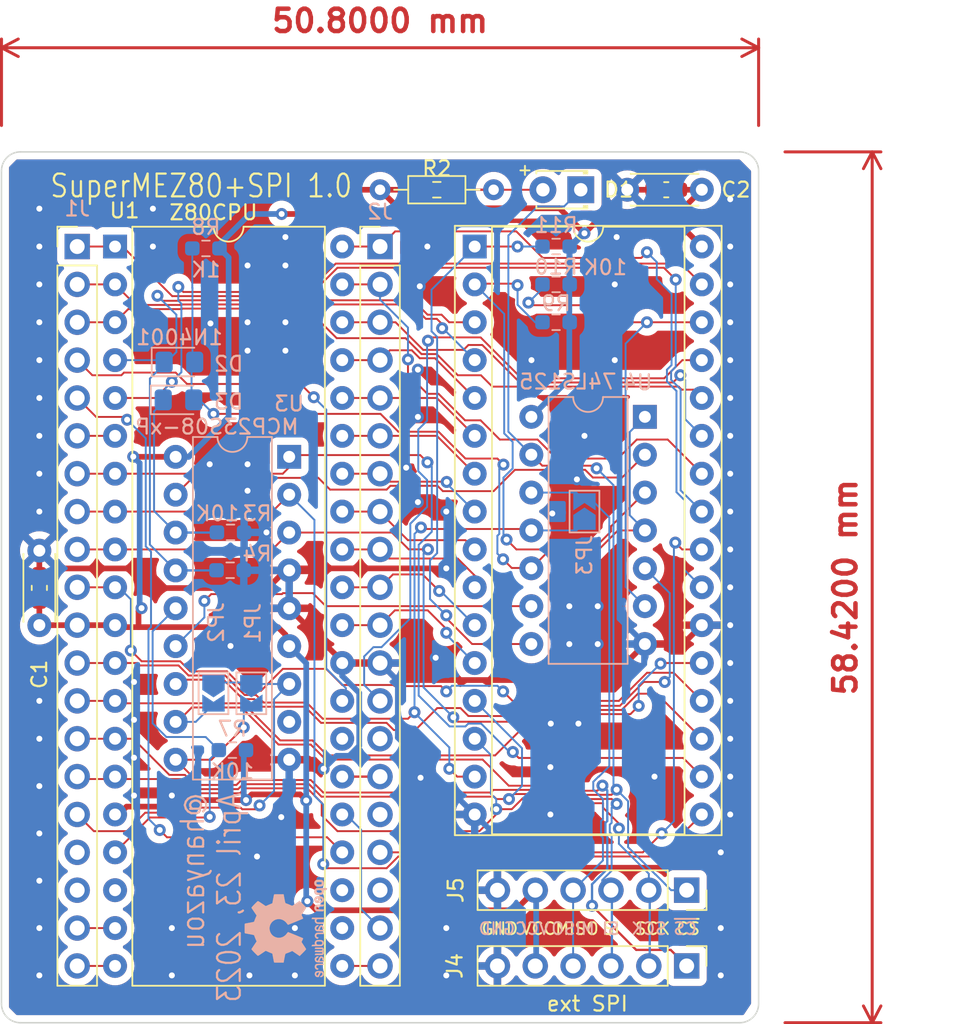
<source format=kicad_pcb>
(kicad_pcb (version 20221018) (generator pcbnew)
  (layers (0 "F.Cu" signal) (31 "B.Cu" signal) (34 "B.Paste" user) (35 "F.Paste" user) (36 "B.SilkS" user "B.Silkscreen") (37 "F.SilkS" user "F.Silkscreen") (38 "B.Mask" user) (39 "F.Mask" user) (44 "Edge.Cuts" user))
  (net 0 "")
  (net 1 "GND")
  (net 2 "Net-(D2-A)")
  (net 3 "Net-(D1-A)")
  (net 4 "A10")
  (net 5 "A9")
  (net 6 "A8")
  (net 7 "A7")
  (net 8 "A6")
  (net 9 "A5")
  (net 10 "A4")
  (net 11 "A3")
  (net 12 "A2")
  (net 13 "D6")
  (net 14 "A0")
  (net 15 "D2")
  (net 16 "D7")
  (net 17 "D0")
  (net 18 "D1")
  (net 21 "~{BUSRQ}")
  (net 22 "~{IORQ}")
  (net 23 "~{CS0}")
  (net 24 "VCC")
  (net 25 "~{CS1}")
  (net 26 "~{CS}")
  (net 27 "A14")
  (net 28 "A15")
  (net 29 "A16")
  (net 30 "MISO")
  (net 31 "~{NMI}")
  (net 32 "A11")
  (net 33 "A12")
  (net 34 "A13")
  (net 35 "CLK")
  (net 36 "D4")
  (net 37 "D3")
  (net 38 "D5")
  (net 40 "~{MREQ}")
  (net 41 "~{RD}")
  (net 44 "~{WAIT}")
  (net 45 "~{RESET}")
  (net 47 "~{RFSH}")
  (net 48 "A1")
  (net 50 "~{WE}")
  (net 53 "~{OE}")
  (net 55 "A17")
  (net 56 "A18")
  (net 57 "BANK1")
  (net 58 "BANK2")
  (net 59 "BANK0")
  (footprint "Resistor_THT:R_Axial_DIN0204_L3.6mm_D1.6mm_P7.62mm_Horizontal" (layer "F.Cu") (at 144.78 73.66)
    (fp_text reference "R2" hide)
    (fp_text value "1.5K")
  )
  (footprint "Capacitor_THT:C_Disc_D4.3mm_W1.9mm_P5.00mm" (layer "F.Cu") (at 121.92 102.87 90)
    (fp_text reference "C1")
    (fp_text value "100nF")
  )
  (footprint "Connector_PinHeader_2.54mm:PinHeader_1x20_P2.54mm_Vertical" (layer "F.Cu") (at 144.78 77.47)
    (fp_text reference "J2")
    (fp_text value "EMUZ80")
  )
  (footprint "Resistor_SMD:R_0603_1608Metric_Pad0.98x0.95mm_HandSolder" (layer "F.Cu") (at 148.59 73.66)
    (fp_text reference "R2")
    (fp_text value "1.5K")
  )
  (footprint "Connector_PinHeader_2.54mm:PinHeader_1x06_P2.54mm_Vertical" (layer "F.Cu") (at 165.354 125.73 -90)
    (fp_text reference "J4")
    (fp_text value "ext SPI")
  )
  (footprint "Capacitor_SMD:C_0603_1608Metric_Pad1.08x0.95mm_HandSolder" (layer "F.Cu") (at 163.9835 73.66 180)
    (fp_text reference "C4" hide)
    (fp_text value "100nF")
  )
  (footprint "Capacitor_THT:C_Disc_D4.3mm_W1.9mm_P5.00mm" (layer "F.Cu") (at 166.37 73.66 180)
    (fp_text reference "C2")
    (fp_text value "100nF")
  )
  (footprint "Capacitor_SMD:C_0603_1608Metric_Pad1.08x0.95mm_HandSolder" (layer "F.Cu") (at 121.92 100.37 90)
    (fp_text reference "C3" hide)
    (fp_text value "100nF")
  )
  (footprint "Package_DIP:DIP-40_W15.24mm" (layer "F.Cu") (at 127 77.47)
    (fp_text reference "U1")
    (fp_text value "Z80CPU")
  )
  (footprint "LED_THT:LED_D1.8mm_W3.3mm_H2.4mm" (layer "F.Cu") (at 158.247 73.66 180)
    (fp_text reference "D1")
    (fp_text value "LED")
  )
  (footprint "Package_DIP:DIP-32_W15.24mm_Socket" (layer "F.Cu") (at 151.13 77.47)
    (fp_text reference "U2" hide)
    (fp_text value "AS6C4008" hide)
  )
  (footprint "Connector_PinSocket_2.54mm:PinSocket_1x06_P2.54mm_Vertical" (layer "F.Cu") (at 165.354 120.65 -90)
    (fp_text reference "J5")
    (fp_text value "SD Card slot")
  )
  (footprint "Connector_PinHeader_2.54mm:PinHeader_1x20_P2.54mm_Vertical" (layer "F.Cu") (at 124.46 77.47)
    (fp_text reference "J1")
    (fp_text value "EMUZ80_0")
  )
  (footprint "Jumper:SolderJumper-2_P1.3mm_Open_TrianglePad1.0x1.5mm" (layer "B.Cu") (at 133.604 107.442 -90)
    (fp_text reference "JP2")
    (fp_text value "Jumper_2_Open")
  )
  (footprint "Package_DIP:DIP-14_W7.62mm" (layer "B.Cu") (at 162.55 88.895 180)
    (fp_text reference "U4")
    (fp_text value "74LS125")
  )
  (footprint "Diode_SMD:D_0805_2012Metric_Pad1.15x1.40mm_HandSolder" (layer "B.Cu") (at 131.318 85.217)
    (fp_text reference "D2")
    (fp_text value "1N4001")
  )
  (footprint "Resistor_SMD:R_0603_1608Metric_Pad0.98x0.95mm_HandSolder" (layer "B.Cu") (at 156.591 82.55 180)
    (fp_text reference "R9")
    (fp_text value "10K")
  )
  (footprint "Resistor_SMD:R_0603_1608Metric_Pad0.98x0.95mm_HandSolder" (layer "B.Cu") (at 134.874 111.252 180)
    (fp_text reference "R7")
    (fp_text value "10K")
  )
  (footprint "Resistor_SMD:R_0603_1608Metric_Pad0.98x0.95mm_HandSolder" (layer "B.Cu") (at 156.591 77.47 180)
    (fp_text reference "R11")
    (fp_text value "10K")
  )
  (footprint "Jumper:SolderJumper-2_P1.3mm_Open_TrianglePad1.0x1.5mm" (layer "B.Cu") (at 158.496 95.25 90)
    (fp_text reference "JP3")
    (fp_text value "Jumper_2_Open")
  )
  (footprint "Resistor_SMD:R_0603_1608Metric_Pad0.98x0.95mm_HandSolder" (layer "B.Cu") (at 134.747 96.647)
    (fp_text reference "R4")
    (fp_text value "10K")
  )
  (footprint "Symbol:OSHW-Logo2_7.3x6mm_SilkScreen" (layer "B.Cu") (at 138.4554 123.2154 -90)
    (fp_text reference "REF**" hide)
    (fp_text value "OSHW-Logo2_7.3x6mm_SilkScreen" hide)
  )
  (footprint "Package_DIP:DIP-18_W7.62mm" (layer "B.Cu") (at 138.684 91.577 180)
    (fp_text reference "U3")
    (fp_text value "MCP23S08-xP")
  )
  (footprint "Resistor_SMD:R_0603_1608Metric_Pad0.98x0.95mm_HandSolder" (layer "B.Cu") (at 133.096 77.597 180)
    (fp_text reference "R8")
    (fp_text value "1K")
  )
  (footprint "Resistor_SMD:R_0603_1608Metric_Pad0.98x0.95mm_HandSolder" (layer "B.Cu") (at 156.591 80.01 180)
    (fp_text reference "R10")
    (fp_text value "10K")
  )
  (footprint "Jumper:SolderJumper-2_P1.3mm_Open_TrianglePad1.0x1.5mm" (layer "B.Cu") (at 136.144 107.442 -90)
    (fp_text reference "JP1")
    (fp_text value "Jumper_2_Open")
  )
  (footprint "Resistor_SMD:R_0603_1608Metric_Pad0.98x0.95mm_HandSolder" (layer "B.Cu") (at 134.7235 99.187)
    (fp_text reference "R3")
    (fp_text value "10K")
  )
  (footprint "Diode_SMD:D_0805_2012Metric_Pad1.15x1.40mm_HandSolder" (layer "B.Cu") (at 131.2558 87.757)
    (fp_text reference "D3")
    (fp_text value "1N4001")
  )
  (gr_line (start 170.18 72.39) (end 170.18 128.27) (stroke (width 0.1)) (layer "Edge.Cuts"))
  (gr_line (start 119.38 128.27) (end 119.38 72.39) (stroke (width 0.1)) (layer "Edge.Cuts"))
  (gr_arc (start 168.91 71.12) (mid 169.808026 71.491974) (end 170.18 72.39) (stroke (width 0.1)) (layer "Edge.Cuts"))
  (gr_arc (start 120.65 129.54) (mid 119.751974 129.168026) (end 119.38 128.27) (stroke (width 0.1)) (layer "Edge.Cuts"))
  (gr_arc (start 119.38 72.39) (mid 119.751974 71.491974) (end 120.65 71.12) (stroke (width 0.1)) (layer "Edge.Cuts"))
  (gr_line (start 120.65 71.12) (end 168.91 71.12) (stroke (width 0.1)) (layer "Edge.Cuts"))
  (gr_line (start 168.91 129.54) (end 120.65 129.54) (stroke (width 0.1)) (layer "Edge.Cuts"))
  (gr_arc (start 170.18 128.27) (mid 169.808026 129.168026) (end 168.91 129.54) (stroke (width 0.1)) (layer "Edge.Cuts"))
  (gr_text "SI" (at 160.909 123.698) (layer "B.SilkS") (effects (font (size 0.8 0.8) (thickness 0.127)) (justify left bottom mirror)))
  (gr_text "VCC" (at 156.21 123.698) (layer "B.SilkS") (effects (font (size 0.8 0.8) (thickness 0.127)) (justify left bottom mirror)))
  (gr_text "SCK" (at 164.084 123.698) (layer "B.SilkS") (effects (font (size 0.8 0.8) (thickness 0.127)) (justify left bottom mirror)))
  (gr_text "MISO" (at 159.258 123.698) (layer "B.SilkS") (effects (font (size 0.8 0.8) (thickness 0.127)) (justify left bottom mirror)))
  (gr_text "@hanyazou\nApril 23, 2023" (at 135.5598 113.9952 90) (layer "B.SilkS") (effects (font (size 1.524 1.27)) (justify left bottom mirror)))
  (gr_text "~{CS}" (at 166.116 123.698) (layer "B.SilkS") (effects (font (size 0.8 0.8) (thickness 0.127)) (justify left bottom mirror)))
  (gr_text "GND" (at 153.924 123.698) (layer "B.SilkS") (effects (font (size 0.8 0.8) (thickness 0.127)) (justify left bottom mirror)))
  (gr_text "SCK" (at 161.798 123.698) (layer "F.SilkS") (effects (font (size 0.8 0.8) (thickness 0.127)) (justify left bottom)))
  (gr_text "SuperMEZ80+SPI 1.0" (at 122.555 74.295) (layer "F.SilkS") (effects (font (size 1.524 1.27)) (justify left bottom)))
  (gr_text "SI" (at 159.639 123.698) (layer "F.SilkS") (effects (font (size 0.8 0.8) (thickness 0.127)) (justify left bottom)))
  (gr_text "~{CS}" (at 164.592 123.698) (layer "F.SilkS") (effects (font (size 0.8 0.8) (thickness 0.127)) (justify left bottom)))
  (gr_text "VCC" (at 154.178 123.698) (layer "F.SilkS") (effects (font (size 0.8 0.8) (thickness 0.127)) (justify left bottom)))
  (gr_text "MISO" (at 156.464 123.698) (layer "F.SilkS") (effects (font (size 0.8 0.8) (thickness 0.127)) (justify left bottom)))
  (gr_text "+" (at 153.924 72.771) (layer "F.SilkS") (effects (font (size 0.8 0.8) (thickness 0.127)) (justify left bottom)))
  (gr_text "GND" (at 151.511 123.698) (layer "F.SilkS") (effects (font (size 0.8 0.8) (thickness 0.127)) (justify left bottom)))
  (dimension (type aligned) (layer "F.Cu") (pts (xy 171.45 71.12) (xy 171.45 129.54)) (height -6.35) (gr_text "58.4200 mm" (at 176 100.33 90) (layer "F.Cu") (effects (font (size 1.5 1.5) (thickness 0.3)))) (format (prefix "") (suffix "") (units 3) (units_format 1) (precision 4)) (style (thickness 0.2) (arrow_length 1.27) (text_position_mode 0) (extension_height 0.58642) (extension_offset 0.5) keep_text_aligned))
  (dimension (type aligned) (layer "F.Cu") (pts (xy 119.38 69.85) (xy 170.18 69.85)) (height -5.715) (gr_text "50.8000 mm" (at 144.78 62.335) (layer "F.Cu") (effects (font (size 1.5 1.5) (thickness 0.3)))) (format (prefix "") (suffix "") (units 3) (units_format 1) (precision 4)) (style (thickness 0.2) (arrow_length 1.27) (text_position_mode 0) (extension_height 0.58642) (extension_offset 0.5) keep_text_aligned))
  (segment (start 130.377495 100.3808) (end 137.2462 100.3808) (width 0.381) (layer "F.Cu") (net 1))
  (segment (start 145.9229 106.5529) (end 160.1321 106.5529) (width 0.381) (layer "F.Cu") (net 1))
  (segment (start 137.2462 100.3808) (end 138.43 99.197) (width 0.381) (layer "F.Cu") (net 1))
  (segment (start 160.1321 106.5529) (end 162.55 104.135) (width 0.381) (layer "F.Cu") (net 1))
  (segment (start 147.32 94.615) (end 148.59 94.615) (width 0.381) (layer "F.Cu") (net 1))
  (segment (start 128.27 114.3) (end 130.81 114.3) (width 0.381) (layer "F.Cu") (net 1))
  (segment (start 163.121 73.66) (end 161.37 73.66) (width 0.381) (layer "F.Cu") (net 1))
  (segment (start 121.92 97.87) (end 123.1149 99.0649) (width 0.381) (layer "F.Cu") (net 1))
  (segment (start 162.55 104.135) (end 165.105 104.135) (width 0.381) (layer "F.Cu") (net 1))
  (segment (start 138.684 101.737) (end 142.24 105.293) (width 0.381) (layer "F.Cu") (net 1))
  (segment (start 121.92 99.5075) (end 121.92 97.87) (width 0.381) (layer "F.Cu") (net 1))
  (segment (start 148.59 94.615) (end 149.225 95.25) (width 0.381) (layer "F.Cu") (net 1))
  (segment (start 144.78 105.41) (end 145.9229 106.5529) (width 0.381) (layer "F.Cu") (net 1))
  (segment (start 165.105 104.135) (end 166.37 102.87) (width 0.381) (layer "F.Cu") (net 1))
  (segment (start 129.061595 99.0649) (end 130.377495 100.3808) (width 0.381) (layer "F.Cu") (net 1))
  (segment (start 140.385654 111.897) (end 138.684 111.897) (width 0.381) (layer "F.Cu") (net 1))
  (segment (start 138.821 99.06) (end 138.684 99.197) (width 0.381) (layer "F.Cu") (net 1))
  (segment (start 142.24 105.41) (end 144.78 105.41) (width 0.381) (layer "F.Cu") (net 1))
  (segment (start 149.225 99.06) (end 138.821 99.06) (width 0.381) (layer "F.Cu") (net 1))
  (segment (start 151.0475 115.4875) (end 151.13 115.57) (width 0.381) (layer "F.Cu") (net 1))
  (segment (start 140.994039 112.505385) (end 140.385654 111.897) (width 0.381) (layer "F.Cu") (net 1))
  (segment (start 123.1149 99.0649) (end 129.061595 99.0649) (width 0.381) (layer "F.Cu") (net 1))
  (segment (start 142.24 105.293) (end 142.24 105.41) (width 0.381) (layer "F.Cu") (net 1))
  (via (at 139.065 126.365) (size 0.8) (drill 0.4) (layers "F.Cu" "B.Cu") (net 1))
  (via (at 121.92 85.09) (size 0.8) (drill 0.4) (layers "F.Cu" "B.Cu") (net 1))
  (via (at 121.92 113.665) (size 0.8) (drill 0.4) (layers "F.Cu" "B.Cu") (net 1))
  (via (at 168.275 95.25) (size 0.8) (drill 0.4) (layers "F.Cu" "B.Cu") (net 1))
  (via (at 157.988 93.091) (size 0.8) (drill 0.4) (layers "F.Cu" "B.Cu") (net 1))
  (via (at 135.89 78.74) (size 0.8) (drill 0.4) (layers "F.Cu" "B.Cu") (net 1))
  (via (at 168.275 100.33) (size 0.8) (drill 0.4) (layers "F.Cu" "B.Cu") (net 1))
  (via (at 146.5326 92.3036) (size 0.8) (drill 0.4) (layers "F.Cu" "B.Cu") (net 1))
  (via (at 147.955 77.47) (size 0.8) (drill 0.4) (layers "F.Cu" "B.Cu") (net 1))
  (via (at 168.275 90.17) (size 0.8) (drill 0.4) (layers "F.Cu" "B.Cu") (net 1))
  (via (at 140.994039 112.505385) (size 0.8) (drill 0.4) (layers "F.Cu" "B.Cu") (net 1))
  (via (at 121.92 74.93) (size 0.8) (drill 0.4) (layers "F.Cu" "B.Cu") (net 1))
  (via (at 139.065 123.19) (size 0.8) (drill 0.4) (layers "F.Cu" "B.Cu") (net 1))
  (via (at 149.225 123.19) (size 0.8) (drill 0.4) (layers "F.Cu" "B.Cu") (net 1))
  (via (at 130.81 123.19) (size 0.8) (drill 0.4) (layers "F.Cu" "B.Cu") (net 1))
  (via (at 158.0896 109.474) (size 0.8) (drill 0.4) (layers "F.Cu" "B.Cu") (net 1))
  (via (at 147.32 85.725) (size 0.8) (drill 0.4) (layers "F.Cu" "B.Cu") (net 1))
  (via (at 168.275 102.87) (size 0.8) (drill 0.4) (layers "F.Cu" "B.Cu") (net 1))
  (via (at 147.32 94.615) (size 0.8) (drill 0.4) (layers "F.Cu" "B.Cu") (net 1))
  (via (at 121.92 126.365) (size 0.8) (drill 0.4) (layers "F.Cu" "B.Cu") (net 1))
  (via (at 138.43 82.55) (size 0.8) (drill 0.4) (layers "F.Cu" "B.Cu") (net 1))
  (via (at 136.525 118.3894) (size 0.8) (drill 0.4) (layers "F.Cu" "B.Cu") (net 1))
  (via (at 121.92 116.84) (size 0.8) (drill 0.4) (layers "F.Cu" "B.Cu") (net 1))
  (via (at 148.5138 105.0544) (size 0.8) (drill 0.4) (layers "F.Cu" "B.Cu") (net 1))
  (via (at 133.35 92.075) (size 0.8) (drill 0.4) (layers "F.Cu" "B.Cu") (net 1))
  (via (at 121.92 77.47) (size 0.8) (drill 0.4) (layers "F.Cu" "B.Cu") (net 1))
  (via (at 129.54 77.47) (size 0.8) (drill 0.4) (layers "F.Cu" "B.Cu") (net 1))
  (via (at 149.225 95.25) (size 0.8) (drill 0.4) (layers "F.Cu" "B.Cu") (net 1))
  (via (at 168.275 97.79) (size 0.8) (drill 0.4) (layers "F.Cu" "B.Cu") (net 1))
  (via (at 160.655 76.835) (size 0.8) (drill 0.4) (layers "F.Cu" "B.Cu") (net 1))
  (via (at 121.92 110.49) (size 0.8) (drill 0.4) (layers "F.Cu" "B.Cu") (net 1))
  (via (at 121.92 95.25) (size 0.8) (drill 0.4) (layers "F.Cu" "B.Cu") (net 1))
  (via (at 160.528 80.01) (size 0.8) (drill 0.4) (layers "F.Cu" "B.Cu") (net 1))
  (via (at 167.64 118.11) (size 0.8) (drill 0.4) (layers "F.Cu" "B.Cu") (net 1))
  (via (at 121.92 92.71) (size 0.8) (drill 0.4) (layers "F.Cu" "B.Cu") (net 1))
  (via (at 121.92 107.95) (size 0.8) (drill 0.4) (layers "F.Cu" "B.Cu") (net 1))
  (via (at 135.89 93.853) (size 0.8) (drill 0.4) (layers "F.Cu" "B.Cu") (net 1))
  (via (at 156.21 115.57) (size 0.8) (drill 0.4) (layers "F.Cu" "B.Cu") (net 1))
  (via (at 168.275 85.09) (size 0.8) (drill 0.4) (layers "F.Cu" "B.Cu") (net 1))
  (via (at 130.81 114.3) (size 0.8) (drill 0.4) (layers "F.Cu" "B.Cu") (net 1))
  (via (at 138.43 78.74) (size 0.8) (drill 0.4) (layers "F.Cu" "B.Cu") (net 1))
  (via (at 121.92 87.63) (size 0.8) (drill 0.4) (layers "F.Cu" "B.Cu") (net 1))
  (via (at 149.225 99.06) (size 0.8) (drill 0.4) (layers "F.Cu" "B.Cu") (net 1))
  (via (at 160.528 85.09) (size 0.8) (drill 0.4) (layers "F.Cu" "B.Cu") (net 1))
  (via (at 167.64 126.365) (size 0.8) (drill 0.4) (layers "F.Cu" "B.Cu") (net 1))
  (via (at 135.89 82.55) (size 0.8) (drill 0.4) (layers "F.Cu" "B.Cu") (net 1))
  (via (at 133.4008 82.6262) (size 0.8) (drill 0.4) (layers "F.Cu" "B.Cu") (net 1))
  (via (at 129.54 74.93) (size 0.8) (drill 0.4) (layers "F.Cu" "B.Cu") (net 1))
  (via (at 168.275 80.01) (size 0.8) (drill 0.4) (layers "F.Cu" "B.Cu") (net 1))
  (via (at 138.43 84.455) (size 0.8) (drill 0.4) (layers "F.Cu" "B.Cu") (net 1))
  (via (at 121.92 80.01) (size 0.8) (drill 0.4) (layers "F.Cu" "B.Cu") (net 1))
  (via (at 136.017 126.365) (size 0.8) (drill 0.4) (layers "F.Cu" "B.Cu") (net 1))
  (via (at 168.275 107.95) (size 0.8) (drill 0.4) (layers "F.Cu" "B.Cu") (net 1))
  (via (at 168.275 74.295) (size 0.8) (drill 0.4) (layers "F.Cu" "B.Cu") (net 1))
  (via (at 128.27 109.22) (size 0.8) (drill 0.4) (layers "F.Cu" "B.Cu") (net 1))
  (via (at 168.275 113.03) (size 0.8) (drill 0.4) (layers "F.Cu" "B.Cu") (net 1))
  (via (at 154.94 85.09) (size 0.8) (drill 0.4) (layers "F.Cu" "B.Cu") (net 1))
  (via (at 128.27 114.3) (size 0.8) (drill 0.4) (layers "F.Cu" "B.Cu") (net 1))
  (via (at 147.4978 113.1062) (size 0.8) (drill 0.4) (layers "F.Cu" "B.Cu") (net 1))
  (via (at 159.385 101.6) (size 0.8) (drill 0.4) (layers "F.Cu" "B.Cu") (net 1))
  (via (at 168.275 87.63) (size 0.8) (drill 0.4) (layers "F.Cu" "B.Cu") (net 1))
  (via (at 163.195 113.03) (size 0.8) (drill 0.4) (layers "F.Cu" "B.Cu") (net 1))
  (via (at 135.89 84.455) (size 0.8) (drill 0.4) (layers "F.Cu" "B.Cu") (net 1))
  (via (at 121.92 123.19) (size 0.8) (drill 0.4) (layers "F.Cu" "B.Cu") (net 1))
  (via (at 156.2354 109.474) (size 0.8) (drill 0.4) (layers "F.Cu" "B.Cu") (net 1))
  (via (at 149.225 126.365) (size 0.8) (drill 0.4) (layers "F.Cu" "B.Cu") (net 1))
  (via (at 138.43 76.835) (size 0.8) (drill 0.4) (layers "F.Cu" "B.Cu") (net 1))
  (via (at 121.92 120.015) (size 0.8) (drill 0.4) (layers "F.Cu" "B.Cu") (net 1))
  (via (at 147.447 80.137) (size 0.8) (drill 0.4) (layers "F.Cu" "B.Cu") (net 1))
  (via (at 121.92 82.55) (size 0.8) (drill 0.4) (layers "F.Cu" "B.Cu") (net 1))
  (via (at 168.275 105.41) (size 0.8) (drill 0.4) (layers "F.Cu" "B.Cu") (net 1))
  (via (at 128.27 106.68) (size 0.8) (drill 0.4) (layers "F.Cu" "B.Cu") (net 1))
  (via (at 156.337 95.377) (size 0.8) (drill 0.4) (layers "F.Cu" "B.Cu") (net 1))
  (via (at 137.16 96.647) (size 0.8) (drill 0.4) (layers "F.Cu" "B.Cu") (net 1))
  (via (at 138.1506 115.7478) (size 0.8) (drill 0.4) (layers "F.Cu" "B.Cu") (net 1))
  (via (at 168.275 77.47) (size 0.8) (drill 0.4) (layers "F.Cu" "B.Cu") (net 1))
  (via (at 156.21 112.395) (size 0.8) (drill 0.4) (layers "F.Cu" "B.Cu") (net 1))
  (via (at 121.92 90.17) (size 0.8) (drill 0.4) (layers "F.Cu" "B.Cu") (net 1))
  (via (at 168.275 110.49) (size 0.8) (drill 0.4) (layers "F.Cu" "B.Cu") (net 1))
  (via (at 168.275 92.71) (size 0.8) (drill 0.4) (layers "F.Cu" "B.Cu") (net 1))
  (via (at 147.32 88.9) (size 0.8) (drill 0.4) (layers "F.Cu" "B.Cu") (net 1))
  (via (at 159.385 104.14) (size 0.8) (drill 0.4) (layers "F.Cu" "B.Cu") (net 1))
  (via (at 158.496 90.17) (size 0.8) (drill 0.4) (layers "F.Cu" "B.Cu") (net 1))
  (via (at 167.64 123.19) (size 0.8) (drill 0.4) (layers "F.Cu" "B.Cu") (net 1))
  (via (at 130.81 126.365) (size 0.8) (drill 0.4) (layers "F.Cu" "B.Cu") (net 1))
  (via (at 134.747 104.267) (size 0.8) (drill 0.4) (layers "F.Cu" "B.Cu") (net 1))
  (via (at 157.48 104.14) (size 0.8) (drill 0.4) (layers "F.Cu" "B.Cu") (net 1))
  (via (at 128.27 111.76) (size 0.8) (drill 0.4) (layers "F.Cu" "B.Cu") (net 1))
  (via (at 168.275 115.57) (size 0.8) (drill 0.4) (layers "F.Cu" "B.Cu") (net 1))
  (via (at 168.275 82.55) (size 0.8) (drill 0.4) (layers "F.Cu" "B.Cu") (net 1))
  (via (at 157.48 101.6) (size 0.8) (drill 0.4) (layers "F.Cu" "B.Cu") (net 1))
  (via (at 135.89 92.075) (size 0.8) (drill 0.4) (layers "F.Cu" "B.Cu") (net 1))
  (segment (start 152.654 117.094) (end 151.13 115.57) (width 0.381) (layer "B.Cu") (net 1))
  (segment (start 142.24 106.271964) (end 142.24 105.41) (width 0.381) (layer "B.Cu") (net 1))
  (segment (start 160.8483 91.44) (end 160.8483 74.1817) (width 0.381) (layer "B.Cu") (net 1))
  (segment (start 135.636 96.6705) (end 135.6595 96.647) (width 0.381) (layer "B.Cu") (net 1))
  (segment (start 135.646 99.197) (end 135.636 99.187) (width 0.381) (layer "B.Cu") (net 1))
  (segment (start 152.715 120.65) (end 152.715 125.669) (width 0.381) (layer "B.Cu") (net 1))
  (segment (start 128.27 109.22) (end 128.27 111.76) (width 0.381) (layer "B.Cu") (net 1))
  (segment (start 152.715 125.669) (end 152.654 125.73) (width 0.381) (layer "B.Cu") (net 1))
  (segment (start 151.13 115.57) (end 145.9729 110.4129) (width 0.381) (layer "B.Cu") (net 1))
  (segment (start 138.684 99.197) (end 135.646 99.197) (width 0.381) (layer "B.Cu") (net 1))
  (segment (start 142.713405 111.6329) (end 143.3829 110.963405) (width 0.381) (layer "B.Cu") (net 1))
  (segment (start 149.225 95.25) (end 149.225 99.06) (width 0.381) (layer "B.Cu") (net 1))
  (segment (start 145.9729 106.6029) (end 144.78 105.41) (width 0.381) (layer "B.Cu") (net 1))
  (segment (start 147.32 93.091) (end 147.32 94.615) (width 0.381) (layer "B.Cu") (net 1))
  (segment (start 152.654 120.65) (end 152.654 117.094) (width 0.381) (layer "B.Cu") (net 1))
  (segment (start 146.5326 92.3036) (end 147.32 93.091) (width 0.381) (layer "B.Cu") (net 1))
  (segment (start 160.8483 74.1817) (end 161.37 73.66) (width 0.381) (layer "B.Cu") (net 1))
  (segment (start 160.8483 91.44) (end 160.8483 91.2523) (width 0.381) (layer "B.Cu") (net 1))
  (segment (start 147.32 85.725) (end 147.32 88.9) (width 0.381) (layer "B.Cu") (net 1))
  (segment (start 140.994039 112.505385) (end 141.866524 111.6329) (width 0.381) (layer "B.Cu") (net 1))
  (segment (start 141.866524 111.6329) (end 142.713405 111.6329) (width 0.381) (layer "B.Cu") (net 1))
  (segment (start 143.3829 110.963405) (end 143.3829 107.414864) (width 0.381) (layer "B.Cu") (net 1))
  (segment (start 143.3829 107.414864) (end 142.24 106.271964) (width 0.381) (layer "B.Cu") (net 1))
  (segment (start 162.55 104.135) (end 160.8483 102.4333) (width 0.381) (layer "B.Cu") (net 1))
  (segment (start 128.27 111.76) (end 128.27 114.3) (width 0.381) (layer "B.Cu") (net 1))
  (segment (start 160.8483 102.4333) (end 160.8483 91.44) (width 0.381) (layer "B.Cu") (net 1))
  (segment (start 146.5326 89.6874) (end 146.5326 92.3036) (width 0.381) (layer "B.Cu") (net 1))
  (segment (start 147.32 88.9) (end 146.5326 89.6874) (width 0.381) (layer "B.Cu") (net 1))
  (segment (start 138.684 99.197) (end 138.684 101.737) (width 0.381) (layer "B.Cu") (net 1))
  (segment (start 128.27 106.68) (end 128.27 109.22) (width 0.381) (layer "B.Cu") (net 1))
  (segment (start 135.636 99.187) (end 135.636 96.6705) (width 0.381) (layer "B.Cu") (net 1))
  (segment (start 145.9729 110.4129) (end 145.9729 109.5502) (width 0.381) (layer "B.Cu") (net 1))
  (segment (start 145.9729 109.5502) (end 145.9729 106.6029) (width 0.381) (layer "B.Cu") (net 1))
  (segment (start 148.705731 89.8906) (end 150.509232 91.6941) (width 0.127) (layer "F.Cu") (net 2))
  (segment (start 160.7362 96.515) (end 159.1818 98.0694) (width 0.127) (layer "F.Cu") (net 2))
  (segment (start 146.008011 89.8906) (end 148.705731 89.8906) (width 0.127) (layer "F.Cu") (net 2))
  (segment (start 150.509232 91.6941) (end 152.6541 91.6941) (width 0.127) (layer "F.Cu") (net 2))
  (segment (start 152.6541 91.6941) (end 153.0604 92.1004) (width 0.127) (layer "F.Cu") (net 2))
  (segment (start 153.035 98.4504) (end 153.6192 99.0346) (width 0.127) (layer "F.Cu") (net 2))
  (segment (start 133.604 88.6959) (end 144.813311 88.6959) (width 0.127) (layer "F.Cu") (net 2))
  (segment (start 154.9096 99.0346) (end 154.93 99.055) (width 0.127) (layer "F.Cu") (net 2))
  (segment (start 162.55 96.515) (end 160.7362 96.515) (width 0.127) (layer "F.Cu") (net 2))
  (segment (start 153.6192 99.0346) (end 154.9096 99.0346) (width 0.127) (layer "F.Cu") (net 2))
  (segment (start 159.1818 98.0694) (end 155.9156 98.0694) (width 0.127) (layer "F.Cu") (net 2))
  (segment (start 155.9156 98.0694) (end 154.93 99.055) (width 0.127) (layer "F.Cu") (net 2))
  (segment (start 144.813311 88.6959) (end 146.008011 89.8906) (width 0.127) (layer "F.Cu") (net 2))
  (via (at 153.035 98.4504) (size 0.8) (drill 0.4) (layers "F.Cu" "B.Cu") (net 2))
  (via (at 153.0604 92.1004) (size 0.8) (drill 0.4) (layers "F.Cu" "B.Cu") (net 2))
  (via (at 133.604 88.6959) (size 0.8) (drill 0.4) (layers "F.Cu" "B.Cu") (net 2))
  (segment (start 132.193 85.217) (end 132.193 80.2545) (width 0.127) (layer "B.Cu") (net 2))
  (segment (start 133.604 88.6959) (end 132.6651 87.757) (width 0.127) (layer "B.Cu") (net 2))
  (segment (start 161.5341 95.4991) (end 162.55 96.515) (width 0.127) (layer "B.Cu") (net 2))
  (segment (start 132.1308 87.757) (end 132.1308 85.2792) (width 0.127) (layer "B.Cu") (net 2))
  (segment (start 153.0604 92.1004) (end 152.781 92.3798) (width 0.127) (layer "B.Cu") (net 2))
  (segment (start 152.6535 96.874485) (end 152.6535 98.0689) (width 0.127) (layer "B.Cu") (net 2))
  (segment (start 161.5341 89.9109) (end 161.5341 95.4991) (width 0.127) (layer "B.Cu") (net 2))
  (segment (start 132.193 80.2545) (end 132.1835 80.245) (width 0.127) (layer "B.Cu") (net 2))
  (segment (start 132.6651 87.757) (end 132.1308 87.757) (width 0.127) (layer "B.Cu") (net 2))
  (segment (start 152.781 92.3798) (end 152.781 96.746985) (width 0.127) (layer "B.Cu") (net 2))
  (segment (start 132.1308 85.2792) (end 132.193 85.217) (width 0.127) (layer "B.Cu") (net 2))
  (segment (start 132.1835 80.245) (end 132.1835 77.597) (width 0.127) (layer "B.Cu") (net 2))
  (segment (start 152.781 96.746985) (end 152.6535 96.874485) (width 0.127) (layer "B.Cu") (net 2))
  (segment (start 162.55 88.895) (end 161.5341 89.9109) (width 0.127) (layer "B.Cu") (net 2))
  (segment (start 152.6535 98.0689) (end 153.035 98.4504) (width 0.127) (layer "B.Cu") (net 2))
  (segment (start 149.5025 73.66) (end 152.4 73.66) (width 0.1524) (layer "F.Cu") (net 3))
  (segment (start 152.4 73.66) (end 155.707 73.66) (width 0.127) (layer "F.Cu") (net 3))
  (segment (start 145.7959 76.4541) (end 144.78 77.47) (width 0.127) (layer "F.Cu") (net 4))
  (segment (start 155.702 78.232) (end 153.9241 76.4541) (width 0.127) (layer "F.Cu") (net 4))
  (segment (start 142.489 77.47) (end 144.78 77.47) (width 0.127) (layer "F.Cu") (net 4))
  (segment (start 153.9241 76.4541) (end 145.7959 76.4541) (width 0.127) (layer "F.Cu") (net 4))
  (segment (start 162.687 77.851) (end 162.306 78.232) (width 0.127) (layer "F.Cu") (net 4))
  (segment (start 162.306 78.232) (end 155.702 78.232) (width 0.127) (layer "F.Cu") (net 4))
  (via (at 162.687 77.851) (size 0.8) (drill 0.4) (layers "F.Cu" "B.Cu") (net 4))
  (segment (start 164.338 85.424053) (end 164.030254 85.7318) (width 0.127) (layer "B.Cu") (net 4))
  (segment (start 164.030254 85.7318) (end 164.030254 86.523586) (width 0.127) (layer "B.Cu") (net 4))
  (segment (start 164.6682 93.943332) (end 165.2079 94.483032) (width 0.127) (layer "B.Cu") (net 4))
  (segment (start 165.2079 94.483032) (end 165.2079 99.1679) (width 0.127) (layer "B.Cu") (net 4))
  (segment (start 163.3474 79.656015) (end 164.338 80.646615) (width 0.127) (layer "B.Cu") (net 4))
  (segment (start 164.6682 87.161532) (end 164.6682 93.943332) (width 0.127) (layer "B.Cu") (net 4))
  (segment (start 165.2079 99.1679) (end 166.37 100.33) (width 0.127) (layer "B.Cu") (net 4))
  (segment (start 162.687 77.851) (end 163.3474 78.5114) (width 0.127) (layer "B.Cu") (net 4))
  (segment (start 164.338 80.646615) (end 164.338 85.424053) (width 0.127) (layer "B.Cu") (net 4))
  (segment (start 163.3474 78.5114) (end 163.3474 79.656015) (width 0.127) (layer "B.Cu") (net 4))
  (segment (start 164.030254 86.523586) (end 164.6682 87.161532) (width 0.127) (layer "B.Cu") (net 4))
  (segment (start 150.483732 89.1286) (end 151.5253 89.1286) (width 0.127) (layer "F.Cu") (net 5))
  (segment (start 156.6257 91.694) (end 160.7312 91.694) (width 0.127) (layer "F.Cu") (net 5))
  (segment (start 146.65388 85.045) (end 146.65388 86.04948) (width 0.127) (layer "F.Cu") (net 5))
  (segment (start 155.3508 90.4191) (end 156.6257 91.694) (width 0.127) (layer "F.Cu") (net 5))
  (segment (start 162.0061 90.4191) (end 164.0791 90.4191) (width 0.127) (layer "F.Cu") (net 5))
  (segment (start 164.0791 90.4191) (end 166.37 92.71) (width 0.127) (layer "F.Cu") (net 5))
  (segment (start 142.489 80.01) (end 144.78 80.01) (width 0.127) (layer "F.Cu") (net 5))
  (segment (start 146.65388 86.04948) (end 147.955 87.3506) (width 0.127) (layer "F.Cu") (net 5))
  (segment (start 147.955 87.3506) (end 148.705731 87.3506) (width 0.127) (layer "F.Cu") (net 5))
  (segment (start 151.5253 89.1286) (end 152.8158 90.4191) (width 0.127) (layer "F.Cu") (net 5))
  (segment (start 152.8158 90.4191) (end 155.3508 90.4191) (width 0.127) (layer "F.Cu") (net 5))
  (segment (start 148.705731 87.3506) (end 150.483732 89.1286) (width 0.127) (layer "F.Cu") (net 5))
  (segment (start 160.7312 91.694) (end 162.0061 90.4191) (width 0.127) (layer "F.Cu") (net 5))
  (via (at 146.65388 85.045) (size 0.8) (drill 0.4) (layers "F.Cu" "B.Cu") (net 5))
  (segment (start 144.78 81.033415) (end 144.78 80.01) (width 0.127) (layer "B.Cu") (net 5))
  (segment (start 146.65388 82.907295) (end 144.78 81.033415) (width 0.127) (layer "B.Cu") (net 5))
  (segment (start 146.65388 85.045) (end 146.65388 82.907295) (width 0.127) (layer "B.Cu") (net 5))
  (segment (start 147.674359 84.4042) (end 145.820159 82.55) (width 0.127) (layer "F.Cu") (net 6))
  (segment (start 154.1526 86.5886) (end 151.6381 84.0741) (width 0.127) (layer "F.Cu") (net 6))
  (segment (start 145.820159 82.55) (end 144.78 82.55) (width 0.127) (layer "F.Cu") (net 6))
  (segment (start 150.7092 84.0741) (end 150.3791 84.4042) (width 0.127) (layer "F.Cu") (net 6))
  (segment (start 164.4396 86.5886) (end 154.1526 86.5886) (width 0.127) (layer "F.Cu") (net 6))
  (segment (start 151.6381 84.0741) (end 150.7092 84.0741) (width 0.127) (layer "F.Cu") (net 6))
  (segment (start 150.3791 84.4042) (end 147.674359 84.4042) (width 0.127) (layer "F.Cu") (net 6))
  (segment (start 142.489 82.55) (end 144.78 82.55) (width 0.127) (layer "F.Cu") (net 6))
  (segment (start 164.925554 86.102646) (end 164.4396 86.5886) (width 0.127) (layer "F.Cu") (net 6))
  (via (at 164.925554 86.102646) (size 0.8) (drill 0.4) (layers "F.Cu" "B.Cu") (net 6))
  (segment (start 165.2524 86.429492) (end 165.2524 89.0524) (width 0.127) (layer "B.Cu") (net 6))
  (segment (start 164.925554 86.102646) (end 165.2524 86.429492) (width 0.127) (layer "B.Cu") (net 6))
  (segment (start 165.2524 89.0524) (end 166.37 90.17) (width 0.127) (layer "B.Cu") (net 6))
  (segment (start 146.908995 84.4291) (end 145.4409 84.4291) (width 0.127) (layer "F.Cu") (net 7))
  (segment (start 151.13 87.63) (end 148.463 84.963) (width 0.127) (layer "F.Cu") (net 7))
  (segment (start 147.442895 84.963) (end 146.908995 84.4291) (width 0.127) (layer "F.Cu") (net 7))
  (segment (start 145.4409 84.4291) (end 144.78 85.09) (width 0.127) (layer "F.Cu") (net 7))
  (segment (start 148.463 84.963) (end 147.442895 84.963) (width 0.127) (layer "F.Cu") (net 7))
  (segment (start 144.78 85.09) (end 142.489 85.09) (width 0.127) (layer "F.Cu") (net 7))
  (segment (start 144.78 87.63) (end 148.59 87.63) (width 0.127) (layer "F.Cu") (net 8))
  (segment (start 148.59 87.63) (end 151.13 90.17) (width 0.127) (layer "F.Cu") (net 8))
  (segment (start 142.489 87.63) (end 144.78 87.63) (width 0.127) (layer "F.Cu") (net 8))
  (segment (start 148.59 90.17) (end 144.78 90.17) (width 0.127) (layer "F.Cu") (net 9))
  (segment (start 144.78 90.17) (end 142.489 90.17) (width 0.127) (layer "F.Cu") (net 9))
  (segment (start 151.13 92.71) (end 148.59 90.17) (width 0.127) (layer "F.Cu") (net 9))
  (segment (start 149.2308 93.2434) (end 145.3134 93.2434) (width 0.127) (layer "F.Cu") (net 10))
  (segment (start 149.2504 93.263) (end 149.2308 93.2434) (width 0.127) (layer "F.Cu") (net 10))
  (segment (start 145.3134 93.2434) (end 144.78 92.71) (width 0.127) (layer "F.Cu") (net 10))
  (segment (start 144.78 92.71) (end 142.489 92.71) (width 0.127) (layer "F.Cu") (net 10))
  (via (at 149.2504 93.263) (size 0.8) (drill 0.4) (layers "F.Cu" "B.Cu") (net 10))
  (segment (start 149.2504 93.263) (end 149.2504 93.3704) (width 0.127) (layer "B.Cu") (net 10))
  (segment (start 149.2504 93.3704) (end 151.13 95.25) (width 0.127) (layer "B.Cu") (net 10))
  (segment (start 142.489 95.25) (end 144.78 95.25) (width 0.127) (layer "F.Cu") (net 11))
  (segment (start 146.6475 97.1683) (end 150.5083 97.1683) (width 0.127) (layer "F.Cu") (net 11))
  (segment (start 144.78 95.25) (end 144.78 95.3008) (width 0.127) (layer "F.Cu") (net 11))
  (segment (start 144.78 95.3008) (end 146.6475 97.1683) (width 0.127) (layer "F.Cu") (net 11))
  (segment (start 150.5083 97.1683) (end 151.13 97.79) (width 0.127) (layer "F.Cu") (net 11))
  (segment (start 151.13 99.5426) (end 151.13 100.33) (width 0.127) (layer "F.Cu") (net 12))
  (segment (start 145.3896 98.3996) (end 149.987 98.3996) (width 0.127) (layer "F.Cu") (net 12))
  (segment (start 149.987 98.3996) (end 151.13 99.5426) (width 0.127) (layer "F.Cu") (net 12))
  (segment (start 144.78 97.79) (end 145.3896 98.3996) (width 0.127) (layer "F.Cu") (net 12))
  (segment (start 142.489 97.79) (end 144.78 97.79) (width 0.127) (layer "F.Cu") (net 12))
  (segment (start 135.812432 107.2741) (end 136.7902 107.2741) (width 0.127) (layer "F.Cu") (net 13))
  (segment (start 148.8693 106.9593) (end 149.225 107.315) (width 0.127) (layer "F.Cu") (net 13))
  (segment (start 145.754564 106.9593) (end 148.8693 106.9593) (width 0.127) (layer "F.Cu") (net 13))
  (segment (start 138.2632 105.8011) (end 141.1579 105.8011) (width 0.127) (layer "F.Cu") (net 13))
  (segment (start 142.24 106.8832) (end 145.678464 106.8832) (width 0.127) (layer "F.Cu") (net 13))
  (segment (start 134.50713 105.9688) (end 135.812432 107.2741) (width 0.127) (layer "F.Cu") (net 13))
  (segment (start 141.1579 105.8011) (end 142.24 106.8832) (width 0.127) (layer "F.Cu") (net 13))
  (segment (start 136.7902 107.2741) (end 138.2632 105.8011) (width 0.127) (layer "F.Cu") (net 13))
  (segment (start 131.371731 105.2929) (end 132.047632 105.9688) (width 0.127) (layer "F.Cu") (net 13))
  (segment (start 145.678464 106.8832) (end 145.754564 106.9593) (width 0.127) (layer "F.Cu") (net 13))
  (segment (start 128.782313 105.2929) (end 131.371731 105.2929) (width 0.127) (layer "F.Cu") (net 13))
  (segment (start 153.035 107.315) (end 153.67 107.95) (width 0.127) (layer "F.Cu") (net 13))
  (segment (start 124.46 100.33) (end 127.249 100.33) (width 0.127) (layer "F.Cu") (net 13))
  (segment (start 164.4841 106.0641) (end 166.37 107.95) (width 0.127) (layer "F.Cu") (net 13))
  (segment (start 162.6933 106.0641) (end 164.4841 106.0641) (width 0.127) (layer "F.Cu") (net 13))
  (segment (start 132.047632 105.9688) (end 134.50713 105.9688) (width 0.127) (layer "F.Cu") (net 13))
  (segment (start 153.67 107.95) (end 160.8074 107.95) (width 0.127) (layer "F.Cu") (net 13))
  (segment (start 160.8074 107.95) (end 162.6933 106.0641) (width 0.127) (layer "F.Cu") (net 13))
  (segment (start 128.058689 104.569276) (end 128.782313 105.2929) (width 0.127) (layer "F.Cu") (net 13))
  (via (at 149.225 107.315) (size 0.8) (drill 0.4) (layers "F.Cu" "B.Cu") (net 13))
  (via (at 153.035 107.315) (size 0.8) (drill 0.4) (layers "F.Cu" "B.Cu") (net 13))
  (via (at 128.058689 104.569276) (size 0.8) (drill 0.4) (layers "F.Cu" "B.Cu") (net 13))
  (segment (start 149.6059 106.9341) (end 149.225 107.315) (width 0.127) (layer "B.Cu") (net 13))
  (segment (start 128.058689 104.569276) (end 128.058689 101.139689) (width 0.127) (layer "B.Cu") (net 13))
  (segment (start 128.058689 101.139689) (end 127.249 100.33) (width 0.127) (layer "B.Cu") (net 13))
  (segment (start 153.035 107.315) (end 152.6541 106.9341) (width 0.127) (layer "B.Cu") (net 13))
  (segment (start 152.6541 106.9341) (end 149.6059 106.9341) (width 0.127) (layer "B.Cu") (net 13))
  (segment (start 149.225 103.378) (end 149.225 103.124) (width 0.127) (layer "F.Cu") (net 14))
  (segment (start 149.225 103.124) (end 147.9754 101.8744) (width 0.127) (layer "F.Cu") (net 14))
  (segment (start 144.78 102.87) (end 142.489 102.87) (width 0.127) (layer "F.Cu") (net 14))
  (segment (start 147.9754 101.8744) (end 145.7756 101.8744) (width 0.127) (layer "F.Cu") (net 14))
  (segment (start 145.7756 101.8744) (end 144.78 102.87) (width 0.127) (layer "F.Cu") (net 14))
  (via (at 149.225 103.378) (size 0.8) (drill 0.4) (layers "F.Cu" "B.Cu") (net 14))
  (segment (start 149.225 103.505) (end 151.13 105.41) (width 0.127) (layer "B.Cu") (net 14))
  (segment (start 149.225 103.378) (end 149.225 103.505) (width 0.127) (layer "B.Cu") (net 14))
  (segment (start 149.4282 112.5024) (end 149.9558 113.03) (width 0.127) (layer "F.Cu") (net 15))
  (segment (start 128.504282 105.41) (end 124.46 105.41) (width 0.127) (layer "F.Cu") (net 15))
  (segment (start 135.6967 107.5535) (end 134.391399 106.2482) (width 0.127) (layer "F.Cu") (net 15))
  (segment (start 131.256 105.5723) (end 128.666582 105.5723) (width 0.127) (layer "F.Cu") (net 15))
  (segment (start 146.6587 109.1447) (end 140.9354 109.1447) (width 0.127) (layer "F.Cu") (net 15))
  (segment (start 147.5232 96.3168) (end 147.6248 96.4184) (width 0.127) (layer "F.Cu") (net 15))
  (segment (start 154.8334 96.4184) (end 154.93 96.515) (width 0.127) (layer "F.Cu") (net 15))
  (segment (start 149.9558 113.03) (end 151.13 113.03) (width 0.127) (layer "F.Cu") (net 15))
  (segment (start 147.6248 96.4184) (end 154.8334 96.4184) (width 0.127) (layer "F.Cu") (net 15))
  (segment (start 140.9354 109.1447) (end 139.8524 108.0617) (width 0.127) (layer "F.Cu") (net 15))
  (segment (start 139.8524 108.0617) (end 136.9669 108.0617) (width 0.127) (layer "F.Cu") (net 15))
  (segment (start 136.9669 108.0617) (end 136.4587 107.5535) (width 0.127) (layer "F.Cu") (net 15))
  (segment (start 128.666582 105.5723) (end 128.504282 105.41) (width 0.127) (layer "F.Cu") (net 15))
  (segment (start 136.4587 107.5535) (end 135.6967 107.5535) (width 0.127) (layer "F.Cu") (net 15))
  (segment (start 147.0914 108.712) (end 146.6587 109.1447) (width 0.127) (layer "F.Cu") (net 15))
  (segment (start 134.391399 106.2482) (end 131.9319 106.2482) (width 0.127) (layer "F.Cu") (net 15))
  (segment (start 131.9319 106.2482) (end 131.256 105.5723) (width 0.127) (layer "F.Cu") (net 15))
  (via (at 149.4282 112.5024) (size 0.8) (drill 0.4) (layers "F.Cu" "B.Cu") (net 15))
  (via (at 147.5232 96.3168) (size 0.8) (drill 0.4) (layers "F.Cu" "B.Cu") (net 15))
  (via (at 147.0914 108.712) (size 0.8) (drill 0.4) (layers "F.Cu" "B.Cu") (net 15))
  (segment (start 147.0914 108.712) (end 147.0914 108.7374) (width 0.127) (layer "B.Cu") (net 15))
  (segment (start 149.4282 111.0742) (end 149.4282 112.5024) (width 0.127) (layer "B.Cu") (net 15))
  (segment (start 154.93 96.515) (end 157.956 96.515) (width 0.127) (layer "B.Cu") (net 15))
  (segment (start 147.0914 108.712) (end 147.0914 96.7486) (width 0.127) (layer "B.Cu") (net 15))
  (segment (start 157.956 96.515) (end 158.496 95.975) (width 0.127) (layer "B.Cu") (net 15))
  (segment (start 147.0914 96.7486) (end 147.5232 96.3168) (width 0.127) (layer "B.Cu") (net 15))
  (segment (start 147.0914 108.7374) (end 149.4282 111.0742) (width 0.127) (layer "B.Cu") (net 15))
  (segment (start 138.0845 110.6017) (end 135.5951 108.1123) (width 0.127) (layer "F.Cu") (net 16))
  (segment (start 163.6019 105.4487) (end 163.6406 105.41) (width 0.127) (layer "F.Cu") (net 16))
  (segment (start 163.6406 105.41) (end 166.37 105.41) (width 0.127) (layer "F.Cu") (net 16))
  (segment (start 140.2435 110.6017) (end 138.0845 110.6017) (width 0.127) (layer "F.Cu") (net 16))
  (segment (start 155.2702 108.839) (end 152.5016 111.6076) (width 0.127) (layer "F.Cu") (net 16))
  (segment (start 162.132986 108.284986) (end 161.578972 108.839) (width 0.127) (layer "F.Cu") (net 16))
  (segment (start 135.5951 108.1123) (end 127.4113 108.1123) (width 0.127) (layer "F.Cu") (net 16))
  (segment (start 127.249 107.95) (end 124.46 107.95) (width 0.127) (layer "F.Cu") (net 16))
  (segment (start 141.2494 111.6076) (end 140.2435 110.6017) (width 0.127) (layer "F.Cu") (net 16))
  (segment (start 161.578972 108.839) (end 155.2702 108.839) (width 0.127) (layer "F.Cu") (net 16))
  (segment (start 127.4113 108.1123) (end 127.249 107.95) (width 0.127) (layer "F.Cu") (net 16))
  (segment (start 152.5016 111.6076) (end 141.2494 111.6076) (width 0.127) (layer "F.Cu") (net 16))
  (via (at 163.6019 105.4487) (size 0.8) (drill 0.4) (layers "F.Cu" "B.Cu") (net 16))
  (via (at 162.132986 108.284986) (size 0.8) (drill 0.4) (layers "F.Cu" "B.Cu") (net 16))
  (segment (start 162.132986 108.284986) (end 162.132986 106.917614) (width 0.127) (layer "B.Cu") (net 16))
  (segment (start 162.132986 106.917614) (end 163.6019 105.4487) (width 0.127) (layer "B.Cu") (net 16))
  (segment (start 152.586464 114.5344) (end 152.427364 114.3753) (width 0.127) (layer "F.Cu") (net 17))
  (segment (start 153.764508 114.1984) (end 153.428508 114.5344) (width 0.127) (layer "F.Cu") (net 17))
  (segment (start 152.427364 114.3753) (end 140.853368 114.3753) (width 0.127) (layer "F.Cu") (net 17))
  (segment (start 156.810053 114.1984) (end 153.764508 114.1984) (width 0.127) (layer "F.Cu") (net 17))
  (segment (start 140.853368 114.3753) (end 140.016067 113.538) (width 0.127) (layer "F.Cu") (net 17))
  (segment (start 135.258853 113.8682) (end 132.640068 113.8682) (width 0.127) (layer "F.Cu") (net 17))
  (segment (start 132.640068 113.8682) (end 131.684768 112.9129) (width 0.127) (layer "F.Cu") (net 17))
  (segment (start 160.3243 114.5286) (end 159.627731 114.5286) (width 0.127) (layer "F.Cu") (net 17))
  (segment (start 159.627731 114.5286) (end 159.621431 114.5349) (width 0.127) (layer "F.Cu") (net 17))
  (segment (start 159.621431 114.5349) (end 157.146553 114.5349) (width 0.127) (layer "F.Cu") (net 17))
  (segment (start 131.684768 112.9129) (end 130.6432 112.9129) (width 0.127) (layer "F.Cu") (net 17))
  (segment (start 157.146553 114.5349) (end 156.810053 114.1984) (width 0.127) (layer "F.Cu") (net 17))
  (segment (start 153.428508 114.5344) (end 152.586464 114.5344) (width 0.127) (layer "F.Cu") (net 17))
  (segment (start 135.589053 113.538) (end 135.258853 113.8682) (width 0.127) (layer "F.Cu") (net 17))
  (segment (start 130.6432 112.9129) (end 128.2203 110.49) (width 0.127) (layer "F.Cu") (net 17))
  (segment (start 140.016067 113.538) (end 135.589053 113.538) (width 0.127) (layer "F.Cu") (net 17))
  (segment (start 160.6545 114.8588) (end 160.3243 114.5286) (width 0.127) (layer "F.Cu") (net 17))
  (segment (start 128.2203 110.49) (end 124.46 110.49) (width 0.127) (layer "F.Cu") (net 17))
  (via (at 153.428508 114.5344) (size 0.8) (drill 0.4) (layers "F.Cu" "B.Cu") (net 17))
  (via (at 160.6545 114.8588) (size 0.8) (drill 0.4) (layers "F.Cu" "B.Cu") (net 17))
  (segment (start 160.6545 114.8588) (end 160.5788 114.8588) (width 0.127) (layer "B.Cu") (net 17))
  (segment (start 160.1915 116.764915) (end 160.3185 116.891915) (width 0.127) (layer "B.Cu") (net 17))
  (segment (start 160.274 125.73) (end 160.335 125.669) (width 0.1524) (layer "B.Cu") (net 17))
  (segment (start 160.3185 119.342192) (end 159.6898 119.970892) (width 0.127) (layer "B.Cu") (net 17))
  (segment (start 159.6898 120.0658) (end 160.274 120.65) (width 0.127) (layer "B.Cu") (net 17))
  (segment (start 154.305 111.125) (end 151.13 107.95) (width 0.127) (layer "B.Cu") (net 17))
  (segment (start 159.6898 119.970892) (end 159.6898 120.0658) (width 0.127) (layer "B.Cu") (net 17))
  (segment (start 160.3185 116.127685) (end 160.1915 116.254685) (width 0.127) (layer "B.Cu") (net 17))
  (segment (start 160.3185 116.891915) (end 160.3185 119.342192) (width 0.127) (layer "B.Cu") (net 17))
  (segment (start 160.3185 115.1191) (end 160.3185 116.127685) (width 0.127) (layer "B.Cu") (net 17))
  (segment (start 160.335 120.711) (end 160.274 120.65) (width 0.1524) (layer "B.Cu") (net 17))
  (segment (start 153.428508 114.5344) (end 154.305 113.657908) (width 0.127) (layer "B.Cu") (net 17))
  (segment (start 160.5788 114.8588) (end 160.3185 115.1191) (width 0.127) (layer "B.Cu") (net 17))
  (segment (start 160.335 125.669) (end 160.335 120.711) (width 0.1524) (layer "B.Cu") (net 17))
  (segment (start 160.1915 116.254685) (end 160.1915 116.764915) (width 0.127) (layer "B.Cu") (net 17))
  (segment (start 154.305 113.657908) (end 154.305 111.125) (width 0.127) (layer "B.Cu") (net 17))
  (segment (start 135.704785 113.8174) (end 135.374585 114.1476) (width 0.127) (layer "F.Cu") (net 18))
  (segment (start 154.356123 114.4778) (end 156.694321 114.4778) (width 0.127) (layer "F.Cu") (net 18))
  (segment (start 152.5778 115.2144) (end 153.619523 115.2144) (width 0.127) (layer "F.Cu") (net 18))
  (segment (start 159.737162 115.109362) (end 160.8074 116.1796) (width 0.127) (layer "F.Cu") (net 18))
  (segment (start 152.5778 115.2144) (end 152.5778 115.5589) (width 0.127) (layer "F.Cu") (net 18))
  (segment (start 135.374585 114.1476) (end 132.524336 114.1476) (width 0.127) (layer "F.Cu") (net 18))
  (segment (start 140.865536 115.632236) (end 140.865536 114.7826) (width 0.127) (layer "F.Cu") (net 18))
  (segment (start 132.524336 114.1476) (end 131.569036 113.1923) (width 0.127) (layer "F.Cu") (net 18))
  (segment (start 131.569036 113.1923) (end 124.6223 113.1923) (width 0.127) (layer "F.Cu") (net 18))
  (segment (start 140.865536 114.7826) (end 139.900336 113.8174) (width 0.127) (layer "F.Cu") (net 18))
  (segment (start 160.8074 116.1796) (end 160.8074 116.5098) (width 0.127) (layer "F.Cu") (net 18))
  (segment (start 159.737162 114.8143) (end 159.737162 115.109362) (width 0.127) (layer "F.Cu") (net 18))
  (segment (start 141.9209 116.6876) (end 140.865536 115.632236) (width 0.127) (layer "F.Cu") (net 18))
  (segment (start 153.619523 115.2144) (end 154.356123 114.4778) (width 0.127) (layer "F.Cu") (net 18))
  (segment (start 139.900336 113.8174) (end 135.704785 113.8174) (width 0.127) (layer "F.Cu") (net 18))
  (segment (start 152.5778 115.5589) (end 151.4491 116.6876) (width 0.127) (layer "F.Cu") (net 18))
  (segment (start 124.6223 113.1923) (end 124.46 113.03) (width 0.127) (layer "F.Cu") (net 18))
  (segment (start 151.4491 116.6876) (end 141.9209 116.6876) (width 0.127) (layer "F.Cu") (net 18))
  (segment (start 157.030822 114.8143) (end 159.737162 114.8143) (width 0.127) (layer "F.Cu") (net 18))
  (segment (start 156.694321 114.4778) (end 157.030822 114.8143) (width 0.127) (layer "F.Cu") (net 18))
  (via (at 160.8074 116.5098) (size 0.8) (drill 0.4) (layers "F.Cu" "B.Cu") (net 18))
  (via (at 152.5778 115.2144) (size 0.8) (drill 0.4) (layers "F.Cu" "B.Cu") (net 18))
  (segment (start 162.875 120.711) (end 162.814 120.65) (width 0.1524) (layer "B.Cu") (net 18))
  (segment (start 160.8074 117.539932) (end 162.814 119.546532) (width 0.127) (layer "B.Cu") (net 18))
  (segment (start 162.875 125.669) (end 162.875 120.711) (width 0.1524) (layer "B.Cu") (net 18))
  (segment (start 152.5778 114.554) (end 152.2222 114.1984) (width 0.127) (layer "B.Cu") (net 18))
  (segment (start 152.2222 114.1984) (end 152.2222 111.5822) (width 0.127) (layer "B.Cu") (net 18))
  (segment (start 162.814 119.546532) (end 162.814 120.65) (width 0.127) (layer "B.Cu") (net 18))
  (segment (start 152.2222 111.5822) (end 151.13 110.49) (width 0.127) (layer "B.Cu") (net 18))
  (segment (start 152.5778 115.2144) (end 152.5778 114.554) (width 0.127) (layer "B.Cu") (net 18))
  (segment (start 160.8074 116.5098) (end 160.8074 117.539932) (width 0.127) (layer "B.Cu") (net 18))
  (segment (start 162.814 125.73) (end 162.875 125.669) (width 0.1524) (layer "B.Cu") (net 18))
  (segment (start 144.78 123.19) (end 143.5049 121.9149) (width 0.127) (layer "B.Cu") (net 21))
  (segment (start 143.5049 121.9149) (end 143.5049 116.5859) (width 0.127) (layer "B.Cu") (net 21))
  (segment (start 143.5049 116.5859) (end 142.489 115.57) (width 0.127) (layer "B.Cu") (net 21))
  (segment (start 124.46 125.73) (end 127.249 125.73) (width 0.127) (layer "F.Cu") (net 22))
  (segment (start 156.925785 113.919) (end 152.388532 113.919) (width 0.127) (layer "F.Cu") (net 23))
  (segment (start 160.652372 113.905414) (end 160.308586 114.2492) (width 0.127) (layer "F.Cu") (net 23))
  (segment (start 159.512 114.2492) (end 159.5057 114.2555) (width 0.127) (layer "F.Cu") (net 23))
  (segment (start 157.262285 114.2555) (end 156.925785 113.919) (width 0.127) (layer "F.Cu") (net 23))
  (segment (start 131.064 111.897) (end 133.467 111.897) (width 0.127) (layer "F.Cu") (net 23))
  (segment (start 152.388532 113.919) (end 152.211632 114.0959) (width 0.127) (layer "F.Cu") (net 23))
  (segment (start 135.473321 113.2586) (end 135.143121 113.5888) (width 0.127) (layer "F.Cu") (net 23))
  (segment (start 140.131798 113.2586) (end 135.473321 113.2586) (width 0.127) (layer "F.Cu") (net 23))
  (segment (start 135.143121 113.5888) (end 132.7558 113.5888) (width 0.127) (layer "F.Cu") (net 23))
  (segment (start 140.9691 114.0959) (end 140.131798 113.2586) (width 0.127) (layer "F.Cu") (net 23))
  (segment (start 155.6665 92.1715) (end 154.93 91.435) (width 0.127) (layer "F.Cu") (net 23))
  (segment (start 152.211632 114.0959) (end 140.9691 114.0959) (width 0.127) (layer "F.Cu") (net 23))
  (segment (start 160.308586 114.2492) (end 159.512 114.2492) (width 0.127) (layer "F.Cu") (net 23))
  (segment (start 132.7558 113.5888) (end 131.064 111.897) (width 0.127) (layer "F.Cu") (net 23))
  (segment (start 133.467 111.897) (end 135.636 109.728) (width 0.127) (layer "F.Cu") (net 23))
  (segment (start 159.309254 92.348146) (end 159.132608 92.1715) (width 0.127) (layer "F.Cu") (net 23))
  (segment (start 159.5057 114.2555) (end 157.262285 114.2555) (width 0.127) (layer "F.Cu") (net 23))
  (segment (start 159.132608 92.1715) (end 155.6665 92.1715) (width 0.127) (layer "F.Cu") (net 23))
  (via (at 135.636 109.728) (size 0.8) (drill 0.4) (layers "F.Cu" "B.Cu") (net 23))
  (via (at 160.652372 113.905414) (size 0.8) (drill 0.4) (layers "F.Cu" "B.Cu") (net 23))
  (via (at 159.309254 92.348146) (size 0.8) (drill 0.4) (layers "F.Cu" "B.Cu") (net 23))
  (segment (start 163.8799 120.2173) (end 164.3126 120.65) (width 0.127) (layer "B.Cu") (net 23))
  (segment (start 163.8799 120.208489) (end 163.8799 120.2173) (width 0.127) (layer "B.Cu") (net 23))
  (segment (start 160.4419 93.480792) (end 160.4419 113.694942) (width 0.127) (layer "B.Cu") (net 23))
  (segment (start 163.255511 119.5841) (end 163.8799 120.208489) (width 0.127) (layer "B.Cu") (net 23))
  (segment (start 163.2467 119.5841) (end 163.255511 119.5841) (width 0.127) (layer "B.Cu") (net 23))
  (segment (start 153.3906 89.8906) (end 153.924 90.424) (width 0.127) (layer "B.Cu") (net 23))
  (segment (start 159.309254 92.348146) (end 160.4419 93.480792) (width 0.127) (layer "B.Cu") (net 23))
  (segment (start 160.652372 113.905414) (end 161.4233 114.676342) (width 0.127) (layer "B.Cu") (net 23))
  (segment (start 153.3906 76.7334) (end 153.3906 89.8906) (width 0.127) (layer "B.Cu") (net 23))
  (segment (start 158.247 73.66) (end 157.1311 74.7759) (width 0.127) (layer "B.Cu") (net 23))
  (segment (start 164.3126 120.65) (end 165.354 120.65) (width 0.127) (layer "B.Cu") (net 23))
  (segment (start 161.4233 117.7607) (end 163.2467 119.5841) (width 0.127) (layer "B.Cu") (net 23))
  (segment (start 155.3481 74.7759) (end 153.3906 76.7334) (width 0.127) (layer "B.Cu") (net 23))
  (segment (start 160.4419 113.694942) (end 160.652372 113.905414) (width 0.127) (layer "B.Cu") (net 23))
  (segment (start 135.636 108.675) (end 136.144 108.167) (width 0.127) (layer "B.Cu") (net 23))
  (segment (start 157.1311 74.7759) (end 155.3481 74.7759) (width 0.127) (layer "B.Cu") (net 23))
  (segment (start 154.93 91.435) (end 153.8174 90.3224) (width 0.127) (layer "B.Cu") (net 23))
  (segment (start 135.636 109.728) (end 135.636 108.675) (width 0.127) (layer "B.Cu") (net 23))
  (segment (start 161.4233 114.676342) (end 161.4233 117.7607) (width 0.127) (layer "B.Cu") (net 23))
  (segment (start 140.5137 121.9971) (end 153.8469 121.9971) (width 0.381) (layer "F.Cu") (net 24))
  (segment (start 158.496 76.581) (end 156.8179 74.9029) (width 0.381) (layer "F.Cu") (net 24))
  (segment (start 127.7761 115.0429) (end 127.249 115.57) (width 0.381) (layer "F.Cu") (net 24))
  (segment (start 164.973 76.073) (end 166.37 77.47) (width 0.381) (layer "F.Cu") (net 24))
  (segment (start 164.973 76.073) (end 164.973 75.057) (width 0.381) (layer "F.Cu") (net 24))
  (segment (start 131.064 91.577) (end 128.2292 91.577) (width 0.381) (layer "F.Cu") (net 24))
  (segment (start 146.812 74.9029) (end 146.0229 74.9029) (width 0.381) (layer "F.Cu") (net 24))
  (segment (start 128.2292 91.577) (end 128.2192 91.567) (width 0.381) (layer "F.Cu") (net 24))
  (segment (start 153.8469 121.9971) (end 155.194 120.65) (width 0.381) (layer "F.Cu") (net 24))
  (segment (start 128.5748 101.9302) (end 128.778 101.727) (width 0.381) (layer "F.Cu") (net 24))
  (segment (start 128.5748 103.002) (end 128.5748 101.9302) (width 0.381) (layer "F.Cu") (net 24))
  (segment (start 121.92 102.87) (end 121.92 101.2325) (width 0.381) (layer "F.Cu") (net 24))
  (segment (start 128.5748 103.002) (end 137.927 103.002) (width 0.381) (layer "F.Cu") (net 24))
  (segment (start 137.927 103.002) (end 138.43 103.505) (width 0.381) (layer "F.Cu") (net 24))
  (segment (start 144.78 73.66) (end 147.6775 73.66) (width 0.381) (layer "F.Cu") (net 24))
  (segment (start 156.8179 74.9029) (end 146.812 74.9029) (width 0.381) (layer "F.Cu") (net 24))
  (segment (start 135.7884 114.6048) (end 131.6448 114.6048) (width 0.381) (layer "F.Cu") (net 24))
  (segment (start 164.973 75.057) (end 166.37 73.66) (width 0.381) (layer "F.Cu") (net 24))
  (segment (start 136.1694 114.2238) (end 139.4205 114.2238) (width 0.381) (layer "F.Cu") (net 24))
  (segment (start 164.846 73.66) (end 166.37 73.66) (width 0.381) (layer "F.Cu") (net 24))
  (segment (start 158.496 76.581) (end 159.0802 75.9968) (width 0.381) (layer "F.Cu") (net 24))
  (segment (start 135.7884 114.6048) (end 136.1694 114.2238) (width 0.381) (layer "F.Cu") (net 24))
  (segment (start 131.2067 115.0429) (end 127.7761 115.0429) (width 0.381) (layer "F.Cu") (net 24))
  (segment (start 146.0229 74.9029) (end 144.78 73.66) (width 0.381) (layer "F.Cu") (net 24))
  (segment (start 164.8968 75.9968) (end 164.973 76.073) (width 0.381) (layer "F.Cu") (net 24))
  (segment (start 140.97 73.66) (end 144.78 73.66) (width 0.381) (layer "F.Cu") (net 24))
  (segment (start 139.3444 75.2856) (end 140.97 73.66) (width 0.381) (layer "F.Cu") (net 24))
  (segment (start 124.46 102.87) (end 127.117 102.87) (width 0.381) (layer "F.Cu") (net 24))
  (segment (start 127.117 102.87) (end 127.249 103.002) (width 0.381) (layer "F.Cu") (net 24))
  (segment (start 121.92 102.87) (end 124.46 102.87) (width 0.381) (layer "F.Cu") (net 24))
  (segment (start 131.6448 114.6048) (end 131.2067 115.0429) (width 0.381) (layer "F.Cu") (net 24))
  (segment (start 139.9032 121.3866) (end 140.5137 121.9971) (width 0.381) (layer "F.Cu") (net 24))
  (segment (start 139.4205 114.2238) (end 139.8269 114.6302) (width 0.381) (layer "F.Cu") (net 24))
  (segment (start 138.43 103.505) (end 138.43 104.277) (width 0.381) (layer "F.Cu") (net 24))
  (segment (start 127.249 103.002) (end 128.5748 103.002) (width 0.381) (layer "F.Cu") (net 24))
  (segment (start 138.176 75.2856) (end 139.3444 75.2856) (width 0.381) (layer "F.Cu") (net 24))
  (segment (start 159.0802 75.9968) (end 164.8968 75.9968) (width 0.381) (layer "F.Cu") (net 24))
  (via (at 128.2192 91.567) (size 0.8) (drill 0.4) (layers "F.Cu" "B.Cu") (net 24))
  (via (at 158.496 76.581) (size 0.8) (drill 0.4) (layers "F.Cu" "B.Cu") (net 24))
  (via (at 139.8269 114.6302) (size 0.8) (drill 0.4) (layers "F.Cu" "B.Cu") (net 24))
  (via (at 139.9032 121.3866) (size 0.8) (drill 0.4) (layers "F.Cu" "B.Cu") (net 24))
  (via (at 138.176 75.2856) (size 0.8) (drill 0.4) (layers "F.Cu" "B.Cu") (net 24))
  (via (at 128.778 101.727) (size 0.8) (drill 0.4) (layers "F.Cu" "B.Cu") (net 24))
  (via (at 135.7884 114.6048) (size 0.8) (drill 0.4) (layers "F.Cu" "B.Cu") (net 24))
  (segment (start 135.636 111.4025) (end 135.7865 111.252) (width 0.381) (layer "B.Cu") (net 24))
  (segment (start 158.3925 76.581) (end 157.5035 77.47) (width 0.381) (layer "B.Cu") (net 24))
  (segment (start 158.496 76.581) (end 158.3925 76.581) (width 0.381) (layer "B.Cu") (net 24))
  (segment (start 157.48 77.597) (end 157.48 82.5265) (width 0.381) (layer "B.Cu") (net 24))
  (segment (start 155.255 125.669) (end 155.194 125.73) (width 0.381) (layer "B.Cu") (net 24))
  (segment (start 135.636 114.4524) (end 135.636 111.4025) (width 0.381) (layer "B.Cu") (net 24))
  (segment (start 157.48 86.345) (end 157.48 82.5735) (width 0.381) (layer "B.Cu") (net 24))
  (segment (start 155.255 120.65) (end 155.255 125.669) (width 0.381) (layer "B.Cu") (net 24))
  (segment (start 135.7884 114.6048) (end 135.636 114.4524) (width 0.381) (layer "B.Cu") (net 24))
  (segment (start 158.496 76.581) (end 157.48 77.597) (width 0.381) (layer "B.Cu") (net 24))
  (segment (start 157.48 82.5265) (end 157.5035 82.55) (width 0.381) (layer "B.Cu") (net 24))
  (segment (start 134.62 78.2085) (end 134.0085 77.597) (width 0.381) (layer "B.Cu") (net 24))
  (segment (start 131.064 91.577) (end 131.943 91.577) (width 0.381) (layer "B.Cu") (net 24))
  (segment (start 157.48 82.5735) (end 157.5035 82.55) (width 0.381) (layer "B.Cu") (net 24))
  (segment (start 134.62 88.9) (end 134.62 78.2085) (width 0.381) (layer "B.Cu") (net 24))
  (segment (start 154.93 88.895) (end 157.48 86.345) (width 0.381) (layer "B.Cu") (net 24))
  (segment (start 136.0424 75.2856) (end 138.176 75.2856) (width 0.381) (layer "B.Cu") (net 24))
  (segment (start 139.8269 105.4199) (end 138.684 104.277) (width 0.381) (layer "B.Cu") (net 24))
  (segment (start 139.8269 121.3103) (end 139.8269 114.6302) (width 0.381) (layer "B.Cu") (net 24))
  (segment (start 128.778 101.727) (end 128.651 101.6) (width 0.381) (layer "B.Cu") (net 24))
  (segment (start 128.651 101.6) (end 128.651 91.9988) (width 0.381) (layer "B.Cu") (net 24))
  (segment (start 134.0085 77.3195) (end 136.0424 75.2856) (width 0.381) (layer "B.Cu") (net 24))
  (segment (start 134.0085 77.597) (end 134.0085 77.3195) (width 0.381) (layer "B.Cu") (net 24))
  (segment (start 139.8269 114.6302) (end 139.8269 105.4199) (width 0.381) (layer "B.Cu") (net 24))
  (segment (start 128.651 91.9988) (end 128.2192 91.567) (width 0.381) (layer "B.Cu") (net 24))
  (segment (start 131.943 91.577) (end 134.62 88.9) (width 0.381) (layer "B.Cu") (net 24))
  (segment (start 139.9032 121.3866) (end 139.8269 121.3103) (width 0.381) (layer "B.Cu") (net 24))
  (segment (start 157.5035 77.47) (end 157.5035 80.01) (width 0.381) (layer "B.Cu") (net 24))
  (segment (start 159.004 121.6914) (end 161.964 124.6514) (width 0.1524) (layer "F.Cu") (net 25))
  (segment (start 161.964 124.6514) (end 164.2754 124.6514) (width 0.1524) (layer "F.Cu") (net 25))
  (segment (start 137.968768 110.8811) (end 135.479368 108.3917) (width 0.127) (layer "F.Cu") (net 25))
  (segment (start 132.1463 108.3917) (end 131.181 109.357) (width 0.127) (layer "F.Cu") (net 25))
  (segment (start 131.181 109.357) (end 131.064 109.357) (width 0.127) (layer "F.Cu") (net 25))
  (segment (start 157.378017 113.9761) (end 157.041516 113.6396) (width 0.127) (layer "F.Cu") (net 25))
  (segment (start 151.6634 111.887) (end 141.133668 111.887) (width 0.127) (layer "F.Cu") (net 25))
  (segment (start 157.041516 113.6396) (end 153.416 113.6396) (width 0.127) (layer "F.Cu") (net 25))
  (segment (start 164.2754 124.6514) (end 165.354 125.73) (width 0.1524) (layer "F.Cu") (net 25))
  (segment (start 135.479368 108.3917) (end 132.1463 108.3917) (width 0.127) (layer "F.Cu") (net 25))
  (segment (start 159.703115 113.633797) (end 159.360812 113.9761) (width 0.127) (layer "F.Cu") (net 25))
  (segment (start 153.416 113.6396) (end 151.6634 111.887) (width 0.127) (layer "F.Cu") (net 25))
  (segment (start 140.127768 110.8811) (end 137.968768 110.8811) (width 0.127) (layer "F.Cu") (net 25))
  (segment (start 159.360812 113.9761) (end 157.378017 113.9761) (width 0.127) (layer "F.Cu") (net 25))
  (segment (start 141.133668 111.887) (end 140.127768 110.8811) (width 0.127) (layer "F.Cu") (net 25))
  (via (at 159.004 121.6914) (size 0.8) (drill 0.4) (layers "F.Cu" "B.Cu") (net 25))
  (via (at 159.703115 113.633797) (size 0.8) (drill 0.4) (layers "F.Cu" "B.Cu") (net 25))
  (segment (start 132.414 109.357) (end 131.064 109.357) (width 0.127) (layer "B.Cu") (net 25))
  (segment (start 159.004 120.250292) (end 159.004 121.6914) (width 0.1524) (layer "B.Cu") (net 25))
  (segment (start 159.1954 120.058892) (end 159.004 120.250292) (width 0.1524) (layer "B.Cu") (net 25))
  (segment (start 159.703115 113.633797) (end 160.0264 113.957082) (width 0.1524) (layer "B.Cu") (net 25))
  (segment (start 160.0264 119.2212) (end 159.1954 120.0522) (width 0.1524) (layer "B.Cu") (net 25))
  (segment (start 160.0264 116.006693) (end 159.8994 116.133693) (width 0.1524) (layer "B.Cu") (net 25))
  (segment (start 159.8994 116.885907) (end 160.0264 117.012907) (width 0.1524) (layer "B.Cu") (net 25))
  (segment (start 133.604 108.167) (end 132.414 109.357) (width 0.127) (layer "B.Cu") (net 25))
  (segment (start 159.8994 116.133693) (end 159.8994 116.885907) (width 0.1524) (layer "B.Cu") (net 25))
  (segment (start 160.0264 113.957082) (end 160.0264 116.006693) (width 0.1524) (layer "B.Cu") (net 25))
  (segment (start 160.0264 117.012907) (end 160.0264 119.2212) (width 0.1524) (layer "B.Cu") (net 25))
  (segment (start 159.1954 120.0522) (end 159.1954 120.058892) (width 0.1524) (layer "B.Cu") (net 25))
  (segment (start 136.439857 115.2207) (end 135.533285 115.2207) (width 0.127) (layer "F.Cu") (net 26))
  (segment (start 131.711536 115.1128) (end 131.375036 115.4493) (width 0.127) (layer "F.Cu") (net 26))
  (segment (start 135.425385 115.1128) (end 131.711536 115.1128) (width 0.127) (layer "F.Cu") (net 26))
  (segment (start 135.533285 115.2207) (end 135.425385 115.1128) (width 0.127) (layer "F.Cu") (net 26))
  (segment (start 129.0257 115.4493) (end 127.7874 116.6876) (width 0.127) (layer "F.Cu") (net 26))
  (segment (start 131.375036 115.4493) (end 129.0257 115.4493) (width 0.127) (layer "F.Cu") (net 26))
  (segment (start 136.694357 114.9662) (end 136.439857 115.2207) (width 0.127) (layer "F.Cu") (net 26))
  (segment (start 125.5776 116.6876) (end 124.46 115.57) (width 0.127) (layer "F.Cu") (net 26))
  (segment (start 127.7874 116.6876) (end 125.5776 116.6876) (width 0.127) (layer "F.Cu") (net 26))
  (via (at 136.694357 114.9662) (size 0.8) (drill 0.4) (layers "F.Cu" "B.Cu") (net 26))
  (segment (start 133.604 106.717) (end 136.144 106.717) (width 0.127) (layer "B.Cu") (net 26))
  (segment (start 137.6681 107.8329) (end 138.684 106.817) (width 0.127) (layer "B.Cu") (net 26))
  (segment (start 136.694357 114.9662) (end 137.6681 113.992457) (width 0.127) (layer "B.Cu") (net 26))
  (segment (start 136.244 106.817) (end 138.684 106.817) (width 0.127) (layer "B.Cu") (net 26))
  (segment (start 136.144 106.717) (end 136.244 106.817) (width 0.127) (layer "B.Cu") (net 26))
  (segment (start 137.6681 113.992457) (end 137.6681 107.8329) (width 0.127) (layer "B.Cu") (net 26))
  (segment (start 131.286784 81.0759) (end 147.003032 81.0759) (width 0.127) (layer "F.Cu") (net 27))
  (segment (start 129.8439 80.7725) (end 130.1799 81.1085) (width 0.127) (layer "F.Cu") (net 27))
  (segment (start 147.969132 82.042) (end 148.908115 82.042) (width 0.127) (layer "F.Cu") (net 27))
  (segment (start 148.908115 82.042) (end 149.416115 82.55) (width 0.127) (layer "F.Cu") (net 27))
  (segment (start 147.003032 81.0759) (end 147.969132 82.042) (width 0.127) (layer "F.Cu") (net 27))
  (segment (start 130.1799 81.1085) (end 131.254183 81.1085) (width 0.127) (layer "F.Cu") (net 27))
  (segment (start 131.254183 81.1085) (end 131.286784 81.0759) (width 0.127) (layer "F.Cu") (net 27))
  (segment (start 149.416115 82.55) (end 151.13 82.55) (width 0.127) (layer "F.Cu") (net 27))
  (via (at 129.8439 80.7725) (size 0.8) (drill 0.4) (layers "F.Cu" "B.Cu") (net 27))
  (segment (start 130.316 85.09) (end 127.249 85.09) (width 0.127) (layer "B.Cu") (net 27))
  (segment (start 130.443 85.217) (end 130.316 85.09) (width 0.127) (layer "B.Cu") (net 27))
  (segment (start 129.3368 97.4698) (end 129.3368 86.3232) (width 0.127) (layer "B.Cu") (net 27))
  (segment (start 131.1148 84.5452) (end 130.443 85.217) (width 0.127) (layer "B.Cu") (net 27))
  (segment (start 131.064 99.197) (end 129.3368 97.4698) (width 0.127) (layer "B.Cu") (net 27))
  (segment (start 133.811 99.187) (end 133.801 99.197) (width 0.1524) (layer "B.Cu") (net 27))
  (segment (start 131.1148 82.0434) (end 131.1148 84.5452) (width 0.127) (layer "B.Cu") (net 27))
  (segment (start 129.3368 86.3232) (end 130.443 85.217) (width 0.127) (layer "B.Cu") (net 27))
  (segment (start 133.801 99.197) (end 131.064 99.197) (width 0.1524) (layer "B.Cu") (net 27))
  (segment (start 129.8439 80.7725) (end 131.1148 82.0434) (width 0.127) (layer "B.Cu") (net 27))
  (segment (start 141.805169 78.613) (end 139.901069 80.5171) (width 0.127) (layer "F.Cu") (net 28))
  (segment (start 130.81 86.54158) (end 129.72158 87.63) (width 0.127) (layer "F.Cu") (net 28))
  (segment (start 139.901069 80.5171) (end 131.581154 80.5171) (width 0.127) (layer "F.Cu") (net 28))
  (segment (start 164.973 78.613) (end 141.805169 78.613) (width 0.127) (layer "F.Cu") (net 28))
  (segment (start 129.72158 87.63) (end 127.249 87.63) (width 0.127) (layer "F.Cu") (net 28))
  (segment (start 131.581154 80.5171) (end 131.245154 80.1811) (width 0.127) (layer "F.Cu") (net 28))
  (segment (start 164.973 78.613) (end 166.37 80.01) (width 0.127) (layer "F.Cu") (net 28))
  (via (at 131.245154 80.1811) (size 0.8) (drill 0.4) (layers "F.Cu" "B.Cu") (net 28))
  (via (at 130.81 86.54158) (size 0.8) (drill 0.4) (layers "F.Cu" "B.Cu") (net 28))
  (segment (start 131.4521 85.89948) (end 130.81 86.54158) (width 0.127) (layer "B.Cu") (net 28))
  (segment (start 133.8245 96.657) (end 131.064 96.657) (width 0.1524) (layer "B.Cu") (net 28))
  (segment (start 131.4521 81.305715) (end 131.4521 85.89948) (width 0.127) (layer "B.Cu") (net 28))
  (segment (start 129.6162 88.5216) (end 129.6162 95.2092) (width 0.127) (layer "B.Cu") (net 28))
  (segment (start 129.6162 95.2092) (end 131.064 96.657) (width 0.127) (layer "B.Cu") (net 28))
  (segment (start 130.3808 86.97078) (end 130.3808 87.757) (width 0.127) (layer "B.Cu") (net 28))
  (segment (start 130.3808 87.757) (end 129.6162 88.5216) (width 0.127) (layer "B.Cu") (net 28))
  (segment (start 130.81 86.54158) (end 130.3808 86.97078) (width 0.127) (layer "B.Cu") (net 28))
  (segment (start 131.245154 80.1811) (end 131.2418 80.184454) (width 0.127) (layer "B.Cu") (net 28))
  (segment (start 131.2418 81.095415) (end 131.4521 81.305715) (width 0.127) (layer "B.Cu") (net 28))
  (segment (start 131.2418 80.184454) (end 131.2418 81.095415) (width 0.127) (layer "B.Cu") (net 28))
  (segment (start 133.8345 96.647) (end 133.8245 96.657) (width 0.1524) (layer "B.Cu") (net 28))
  (segment (start 159.066068 97.79) (end 153.9298 97.79) (width 0.127) (layer "F.Cu") (net 29))
  (segment (start 153.9298 97.79) (end 153.2694 97.1296) (width 0.127) (layer "F.Cu") (net 29))
  (segment (start 162.55 93.975) (end 162.5396 93.975) (width 0.127) (layer "F.Cu") (net 29))
  (segment (start 162.5396 93.975) (end 160.279 96.2356) (width 0.127) (layer "F.Cu") (net 29))
  (segment (start 153.9044 79.9592) (end 151.1808 79.9592) (width 0.127) (layer "F.Cu") (net 29))
  (segment (start 160.279 96.577068) (end 159.066068 97.79) (width 0.127) (layer "F.Cu") (net 29))
  (segment (start 154.006 80.0608) (end 153.9044 79.9592) (width 0.127) (layer "F.Cu") (net 29))
  (segment (start 151.1808 79.9592) (end 151.13 80.01) (width 0.127) (layer "F.Cu") (net 29))
  (segment (start 160.279 96.2356) (end 160.279 96.577068) (width 0.127) (layer "F.Cu") (net 29))
  (via (at 154.006 80.0608) (size 0.8) (drill 0.4) (layers "F.Cu" "B.Cu") (net 29))
  (via (at 153.2694 97.1296) (size 0.8) (drill 0.4) (layers "F.Cu" "B.Cu") (net 29))
  (segment (start 153.6763 90.576432) (end 153.538 90.438132) (width 0.127) (layer "B.Cu") (net 29))
  (segment (start 155.18225 82.55) (end 155.6785 82.55) (width 0.127) (layer "B.Cu") (net 29))
  (segment (start 154.006 81.37375) (end 155.18225 82.55) (width 0.127) (layer "B.Cu") (net 29))
  (segment (start 153.2694 97.1296) (end 153.0604 96.9206) (width 0.127) (layer "B.Cu") (net 29))
  (segment (start 153.538 90.433132) (end 153.1112 90.006331) (width 0.127) (layer "B.Cu") (net 29))
  (segment (start 153.538 90.438132) (end 153.538 90.433132) (width 0.127) (layer "B.Cu") (net 29))
  (segment (start 153.1112 90.006331) (end 153.1112 81.9912) (width 0.127) (layer "B.Cu") (net 29))
  (segment (start 153.0604 96.9206) (end 153.0604 92.971415) (width 0.127) (layer "B.Cu") (net 29))
  (segment (start 153.0604 92.971415) (end 153.6763 92.355515) (width 0.127) (layer "B.Cu") (net 29))
  (segment (start 153.6763 92.355515) (end 153.6763 90.576432) (width 0.127) (layer "B.Cu") (net 29))
  (segment (start 153.1112 81.9912) (end 151.13 80.01) (width 0.127) (layer "B.Cu") (net 29))
  (segment (start 154.006 80.0608) (end 154.006 81.37375) (width 0.127) (layer "B.Cu") (net 29))
  (segment (start 159.087215 113.888912) (end 159.7343 114.535997) (width 0.127) (layer "B.Cu") (net 30))
  (segment (start 159.6073 116.012701) (end 159.6073 117.006899) (width 0.127) (layer "B.Cu") (net 30))
  (segment (start 159.7343 115.885701) (end 159.6073 116.012701) (width 0.127) (layer "B.Cu") (net 30))
  (segment (start 159.7343 117.133899) (end 159.7343 118.6497) (width 0.127) (layer "B.Cu") (net 30))
  (segment (start 159.087215 113.378682) (end 159.087215 113.888912) (width 0.127) (layer "B.Cu") (net 30))
  (segment (start 159.7343 114.535997) (end 159.7343 115.885701) (width 0.127) (layer "B.Cu") (net 30))
  (segment (start 159.448 113.017897) (end 159.087215 113.378682) (width 0.127) (layer "B.Cu") (net 30))
  (segment (start 158.496 94.525) (end 159.041 94.525) (width 0.127) (layer "B.Cu") (net 30))
  (segment (start 154.93 93.975) (end 157.946 93.975) (width 0.127) (layer "B.Cu") (net 30))
  (segment (start 159.041 94.525) (end 160.1625 95.6465) (width 0.127) (layer "B.Cu") (net 30))
  (segment (start 157.946 93.975) (end 158.496 94.525) (width 0.127) (layer "B.Cu") (net 30))
  (segment (start 160.1625 95.6465) (end 160.1625 112.3287) (width 0.127) (layer "B.Cu") (net 30))
  (segment (start 157.734 120.65) (end 157.734 125.73) (width 0.127) (layer "B.Cu") (net 30))
  (segment (start 160.1625 112.3287) (end 159.473303 113.017897) (width 0.127) (layer "B.Cu") (net 30))
  (segment (start 159.6073 117.006899) (end 159.7343 117.133899) (width 0.127) (layer "B.Cu") (net 30))
  (segment (start 159.7343 118.6497) (end 157.734 120.65) (width 0.127) (layer "B.Cu") (net 30))
  (segment (start 159.473303 113.017897) (end 159.448 113.017897) (width 0.127) (layer "B.Cu") (net 30))
  (segment (start 129.3368 115.7732) (end 127 118.11) (width 0.127) (layer "F.Cu") (net 31))
  (segment (start 133.35 115.7282) (end 133.305 115.7732) (width 0.127) (layer "F.Cu") (net 31))
  (segment (start 133.305 115.7732) (end 129.3368 115.7732) (width 0.127) (layer "F.Cu") (net 31))
  (via (at 133.35 115.7282) (size 0.8) (drill 0.4) (layers "F.Cu" "B.Cu") (net 31))
  (segment (start 133.0824 110.3729) (end 130.4389 110.3729) (width 0.127) (layer "B.Cu") (net 31))
  (segment (start 133.9615 111.252) (end 133.0824 110.3729) (width 0.127) (layer "B.Cu") (net 31))
  (segment (start 133.35 115.7282) (end 133.35 111.8635) (width 0.127) (layer "B.Cu") (net 31))
  (segment (start 129.5209 103.2801) (end 131.064 101.737) (width 0.127) (layer "B.Cu") (net 31))
  (segment (start 133.35 111.8635) (end 133.9615 111.252) (width 0.127) (layer "B.Cu") (net 31))
  (segment (start 129.5209 109.4549) (end 129.5209 103.2801) (width 0.127) (layer "B.Cu") (net 31))
  (segment (start 130.4389 110.3729) (end 129.5209 109.4549) (width 0.127) (layer "B.Cu") (net 31))
  (segment (start 163.8214 78.8924) (end 141.9209 78.8924) (width 0.127) (layer "F.Cu") (net 32))
  (segment (start 164.6174 79.6884) (end 163.8214 78.8924) (width 0.127) (layer "F.Cu") (net 32))
  (segment (start 141.9209 78.8924) (end 140.0168 80.7965) (width 0.127) (layer "F.Cu") (net 32))
  (segment (start 127.508 77.47) (end 124.46 77.47) (width 0.127) (layer "F.Cu") (net 32))
  (segment (start 130.8345 80.7965) (end 127.508 77.47) (width 0.127) (layer "F.Cu") (net 32))
  (segment (start 140.0168 80.7965) (end 130.8345 80.7965) (width 0.127) (layer "F.Cu") (net 32))
  (via (at 164.6174 79.6884) (size 0.8) (drill 0.4) (layers "F.Cu" "B.Cu") (net 32))
  (segment (start 164.6174 85.539785) (end 164.309654 85.847531) (width 0.127) (layer "B.Cu") (net 32))
  (segment (start 164.6174 79.6884) (end 164.6174 85.539785) (width 0.127) (layer "B.Cu") (net 32))
  (segment (start 164.309654 86.407854) (end 164.9476 87.0458) (width 0.127) (layer "B.Cu") (net 32))
  (segment (start 164.9476 87.0458) (end 164.9476 93.8276) (width 0.127) (layer "B.Cu") (net 32))
  (segment (start 164.9476 93.8276) (end 166.37 95.25) (width 0.127) (layer "B.Cu") (net 32))
  (segment (start 164.309654 85.847531) (end 164.309654 86.407854) (width 0.127) (layer "B.Cu") (net 32))
  (segment (start 147.853401 82.3214) (end 146.8873 81.3553) (width 0.127) (layer "F.Cu") (net 33))
  (segment (start 148.59 82.3214) (end 147.853401 82.3214) (width 0.127) (layer "F.Cu") (net 33))
  (segment (start 148.9456 82.9505) (end 148.9456 82.677) (width 0.127) (layer "F.Cu") (net 33))
  (segment (start 124.46 80.01) (end 127 80.01) (width 0.127) (layer "F.Cu") (net 33))
  (segment (start 131.402515 81.3553) (end 131.369915 81.3879) (width 0.127) (layer "F.Cu") (net 33))
  (segment (start 128.3779 81.3879) (end 127 80.01) (width 0.127) (layer "F.Cu") (net 33))
  (segment (start 131.369915 81.3879) (end 128.3779 81.3879) (width 0.127) (layer "F.Cu") (net 33))
  (segment (start 146.8873 81.3553) (end 131.402515 81.3553) (width 0.127) (layer "F.Cu") (net 33))
  (segment (start 148.9456 82.677) (end 148.59 82.3214) (width 0.127) (layer "F.Cu") (net 33))
  (via (at 148.9456 82.9505) (size 0.8) (drill 0.4) (layers "F.Cu" "B.Cu") (net 33))
  (segment (start 148.9456 82.9505) (end 148.9905 82.9505) (width 0.127) (layer "B.Cu") (net 33))
  (segment (start 148.9905 82.9505) (end 151.13 85.09) (width 0.127) (layer "B.Cu") (net 33))
  (segment (start 139.888 81.6347) (end 131.518247 81.6347) (width 0.127) (layer "F.Cu") (net 34))
  (segment (start 166.37 87.63) (end 165.8112 87.0712) (width 0.127) (layer "F.Cu") (net 34))
  (segment (start 146.490927 83.6159) (end 141.8692 83.6159) (width 0.127) (layer "F.Cu") (net 34))
  (segment (start 147.558627 84.6836) (end 146.490927 83.6159) (width 0.127) (layer "F.Cu") (net 34))
  (segment (start 124.46 82.55) (end 127 82.55) (width 0.127) (layer "F.Cu") (net 34))
  (segment (start 131.485646 81.6673) (end 127.8827 81.6673) (width 0.127) (layer "F.Cu") (net 34))
  (segment (start 164.8206 86.868) (end 152.3129 86.868) (width 0.127) (layer "F.Cu") (net 34))
  (segment (start 150.001032 86.1059) (end 148.578731 84.6836) (width 0.127) (layer "F.Cu") (net 34))
  (segment (start 165.8112 87.0712) (end 165.0238 87.0712) (width 0.127) (layer "F.Cu") (net 34))
  (segment (start 152.3129 86.868) (end 151.5508 86.1059) (width 0.127) (layer "F.Cu") (net 34))
  (segment (start 165.0238 87.0712) (end 164.8206 86.868) (width 0.127) (layer "F.Cu") (net 34))
  (segment (start 127.8827 81.6673) (end 127 82.55) (width 0.127) (layer "F.Cu") (net 34))
  (segment (start 151.5508 86.1059) (end 150.001032 86.1059) (width 0.127) (layer "F.Cu") (net 34))
  (segment (start 131.518247 81.6347) (end 131.485646 81.6673) (width 0.127) (layer "F.Cu") (net 34))
  (segment (start 141.8692 83.6159) (end 139.888 81.6347) (width 0.127) (layer "F.Cu") (net 34))
  (segment (start 148.578731 84.6836) (end 147.558627 84.6836) (width 0.127) (layer "F.Cu") (net 34))
  (segment (start 124.46 90.17) (end 127.249 90.17) (width 0.127) (layer "F.Cu") (net 35))
  (segment (start 138.684 91.577) (end 138.684 92.2782) (width 0.127) (layer "F.Cu") (net 36))
  (segment (start 165.1191 111.7791) (end 166.37 113.03) (width 0.127) (layer "F.Cu") (net 36))
  (segment (start 147.9608 91.948) (end 147.4719 91.4591) (width 0.127) (layer "F.Cu") (net 36))
  (segment (start 138.684 92.2782) (end 138.2522 92.71) (width 0.127) (layer "F.Cu") (net 36))
  (segment (start 138.8019 91.4591) (end 138.684 91.577) (width 0.127) (layer "F.Cu") (net 36))
  (segment (start 138.2522 92.71) (end 124.46 92.71) (width 0.127) (layer "F.Cu") (net 36))
  (segment (start 153.689146 111.379454) (end 154.088792 111.7791) (width 0.127) (layer "F.Cu") (net 36))
  (segment (start 147.4719 91.4591) (end 138.8019 91.4591) (width 0.127) (layer "F.Cu") (net 36))
  (segment (start 154.088792 111.7791) (end 165.1191 111.7791) (width 0.127) (layer "F.Cu") (net 36))
  (via (at 147.9608 91.948) (size 0.8) (drill 0.4) (layers "F.Cu" "B.Cu") (net 36))
  (via (at 153.689146 111.379454) (size 0.8) (drill 0.4) (layers "F.Cu" "B.Cu") (net 36))
  (segment (start 151.5619 109.4741) (end 153.467254 111.379454) (width 0.127) (layer "B.Cu") (net 36))
  (segment (start 147.9608 91.948) (end 148.248815 92.236015) (width 0.127) (layer "B.Cu") (net 36))
  (segment (start 150.6981 109.4741) (end 151.5619 109.4741) (width 0.127) (layer "B.Cu") (net 36))
  (segment (start 153.467254 111.379454) (end 153.689146 111.379454) (width 0.127) (layer "B.Cu") (net 36))
  (segment (start 148.248815 92.236015) (end 148.248815 96.607185) (width 0.127) (layer "B.Cu") (net 36))
  (segment (start 149.443417 109.6639) (end 150.5083 109.6639) (width 0.127) (layer "B.Cu") (net 36))
  (segment (start 147.3708 97.4852) (end 147.3708 107.591283) (width 0.127) (layer "B.Cu") (net 36))
  (segment (start 147.3708 107.591283) (end 149.443417 109.6639) (width 0.127) (layer "B.Cu") (net 36))
  (segment (start 148.248815 96.607185) (end 147.3708 97.4852) (width 0.127) (layer "B.Cu") (net 36))
  (segment (start 150.5083 109.6639) (end 150.6981 109.4741) (width 0.127) (layer "B.Cu") (net 36))
  (segment (start 163.5506 118.3894) (end 166.37 115.57) (width 0.127) (layer "F.Cu") (net 37))
  (segment (start 145.221511 119.1759) (end 146.008011 118.3894) (width 0.127) (layer "F.Cu") (net 37))
  (segment (start 146.008011 118.3894) (end 163.5506 118.3894) (width 0.127) (layer "F.Cu") (net 37))
  (segment (start 138.684 94.117) (end 137.551 95.25) (width 0.127) (layer "F.Cu") (net 37))
  (segment (start 137.551 95.25) (end 124.46 95.25) (width 0.127) (layer "F.Cu") (net 37))
  (segment (start 141.2485 119.1759) (end 145.221511 119.1759) (width 0.127) (layer "F.Cu") (net 37))
  (segment (start 140.97 118.8974) (end 141.2485 119.1759) (width 0.127) (layer "F.Cu") (net 37))
  (via (at 140.97 118.8974) (size 0.8) (drill 0.4) (layers "F.Cu" "B.Cu") (net 37))
  (segment (start 140.97 114.9096) (end 140.378139 114.317739) (width 0.127) (layer "B.Cu") (net 37))
  (segment (start 140.378139 114.317739) (end 140.378139 95.811139) (width 0.127) (layer "B.Cu") (net 37))
  (segment (start 140.378139 95.811139) (end 138.684 94.117) (width 0.127) (layer "B.Cu") (net 37))
  (segment (start 140.97 118.8974) (end 140.97 114.9096) (width 0.127) (layer "B.Cu") (net 37))
  (segment (start 127.249 97.79) (end 137.551 97.79) (width 0.127) (layer "F.Cu") (net 38))
  (segment (start 124.46 97.79) (end 127.249 97.79) (width 0.127) (layer "F.Cu") (net 38))
  (segment (start 137.551 97.79) (end 138.684 96.657) (width 0.127) (layer "F.Cu") (net 38))
  (segment (start 149.997532 109.347) (end 154.293732 109.347) (width 0.127) (layer "F.Cu") (net 38))
  (segment (start 145.5774 96.657) (end 138.684 96.657) (width 0.127) (layer "F.Cu") (net 38))
  (segment (start 155.081132 108.5596) (end 160.988064 108.5596) (width 0.127) (layer "F.Cu") (net 38))
  (segment (start 162.080264 107.4674) (end 163.3474 107.4674) (width 0.127) (layer "F.Cu") (net 38))
  (segment (start 147.9932 97.7842) (end 146.7046 97.7842) (width 0.127) (layer "F.Cu") (net 38))
  (segment (start 154.293732 109.347) (end 155.081132 108.5596) (width 0.127) (layer "F.Cu") (net 38))
  (segment (start 160.988064 108.5596) (end 162.080264 107.4674) (width 0.127) (layer "F.Cu") (net 38))
  (segment (start 149.698532 109.048) (end 149.997532 109.347) (width 0.127) (layer "F.Cu") (net 38))
  (segment (start 146.7046 97.7842) (end 145.5774 96.657) (width 0.127) (layer "F.Cu") (net 38))
  (segment (start 163.3474 107.4674) (end 166.37 110.49) (width 0.127) (layer "F.Cu") (net 38))
  (via (at 149.698532 109.048) (size 0.8) (drill 0.4) (layers "F.Cu" "B.Cu") (net 38))
  (via (at 147.9932 97.7842) (size 0.8) (drill 0.4) (layers "F.Cu" "B.Cu") (net 38))
  (segment (start 147.9932 97.7842) (end 147.701 98.0764) (width 0.127) (layer "B.Cu") (net 38))
  (segment (start 147.701 98.0764) (end 147.701 107.050468) (width 0.127) (layer "B.Cu") (net 38))
  (segment (start 147.701 107.050468) (end 149.698532 109.048) (width 0.127) (layer "B.Cu") (net 38))
  (segment (start 124.46 123.19) (end 127.249 123.19) (width 0.127) (layer "F.Cu") (net 40))
  (segment (start 144.78 125.73) (end 142.489 125.73) (width 0.127) (layer "F.Cu") (net 41))
  (segment (start 129.9972 116.6114) (end 130.4856 117.0998) (width 0.127) (layer "F.Cu") (net 44))
  (segment (start 125.73 88.9) (end 124.46 87.63) (width 0.127) (layer "F.Cu") (net 44))
  (segment (start 130.4856 117.0998) (end 141.2298 117.0998) (width 0.127) (layer "F.Cu") (net 44))
  (segment (start 127.622675 88.9) (end 125.73 88.9) (width 0.127) (layer "F.Cu") (net 44))
  (segment (start 127.811192 89.088517) (end 127.622675 88.9) (width 0.127) (layer "F.Cu") (net 44))
  (segment (start 141.2298 117.0998) (end 142.24 118.11) (width 0.127) (layer "F.Cu") (net 44))
  (via (at 129.9972 116.6114) (size 0.8) (drill 0.4) (layers "F.Cu" "B.Cu") (net 44))
  (via (at 127.811192 89.088517) (size 0.8) (drill 0.4) (layers "F.Cu" "B.Cu") (net 44))
  (segment (start 129.2415 115.8557) (end 129.9972 116.6114) (width 0.127) (layer "B.Cu") (net 44))
  (segment (start 127.811192 89.088517) (end 129.0574 90.334725) (width 0.127) (layer "B.Cu") (net 44))
  (segment (start 129.2415 103.164368) (end 129.2415 115.8557) (width 0.127) (layer "B.Cu") (net 44))
  (segment (start 129.0574 97.585531) (end 129.413 97.941131) (width 0.127) (layer "B.Cu") (net 44))
  (segment (start 129.413 97.941131) (end 129.413 102.992868) (width 0.127) (layer "B.Cu") (net 44))
  (segment (start 129.0574 90.334725) (end 129.0574 97.585531) (width 0.127) (layer "B.Cu") (net 44))
  (segment (start 129.413 102.992868) (end 129.2415 103.164368) (width 0.127) (layer "B.Cu") (net 44))
  (segment (start 144.78 113.03) (end 142.24 113.03) (width 0.1524) (layer "F.Cu") (net 45))
  (segment (start 140.335 87.5792) (end 139.446 86.6902) (width 0.127) (layer "F.Cu") (net 47))
  (segment (start 127.60102 85.92568) (end 127.4208 86.1059) (width 0.127) (layer "F.Cu") (net 47))
  (segment (start 139.446 86.6902) (end 131.829635 86.6902) (width 0.127) (layer "F.Cu") (net 47))
  (segment (start 127.4208 86.1059) (end 125.4759 86.1059) (width 0.127) (layer "F.Cu") (net 47))
  (segment (start 131.829635 86.6902) (end 131.065115 85.92568) (width 0.127) (layer "F.Cu") (net 47))
  (segment (start 125.4759 86.1059) (end 124.46 85.09) (width 0.127) (layer "F.Cu") (net 47))
  (segment (start 131.065115 85.92568) (end 127.60102 85.92568) (width 0.127) (layer "F.Cu") (net 47))
  (via (at 140.335 87.5792) (size 0.8) (drill 0.4) (layers "F.Cu" "B.Cu") (net 47))
  (segment (start 140.335 87.5792) (end 141.1732 88.4174) (width 0.127) (layer "B.Cu") (net 47))
  (segment (start 141.1732 88.4174) (end 141.1732 105.7799) (width 0.127) (layer "B.Cu") (net 47))
  (segment (start 141.1732 105.7799) (end 142.489 107.0957) (width 0.127) (layer "B.Cu") (net 47))
  (segment (start 142.489 107.0957) (end 142.489 107.95) (width 0.127) (layer "B.Cu") (net 47))
  (segment (start 148.7482 100.5786) (end 147.636 99.4664) (width 0.127) (layer "F.Cu") (net 48))
  (segment (start 145.6436 99.4664) (end 144.78 100.33) (width 0.127) (layer "F.Cu") (net 48))
  (segment (start 147.636 99.4664) (end 145.6436 99.4664) (width 0.127) (layer "F.Cu") (net 48))
  (segment (start 144.78 100.33) (end 142.489 100.33) (width 0.127) (layer "F.Cu") (net 48))
  (via (at 148.7482 100.5786) (size 0.8) (drill 0.4) (layers "F.Cu" "B.Cu") (net 48))
  (segment (start 148.7482 100.5786) (end 148.8386 100.5786) (width 0.127) (layer "B.Cu") (net 48))
  (segment (start 148.8386 100.5786) (end 151.13 102.87) (width 0.127) (layer "B.Cu") (net 48))
  (segment (start 163.847985 86.3092) (end 165.067185 85.09) (width 0.127) (layer "F.Cu") (net 50))
  (segment (start 151.525032 83.5659) (end 154.268332 86.3092) (width 0.127) (layer "F.Cu") (net 50))
  (segment (start 154.268332 86.3092) (end 163.847985 86.3092) (width 0.127) (layer "F.Cu") (net 50))
  (segment (start 148.2166 83.5659) (end 151.525032 83.5659) (width 0.127) (layer "F.Cu") (net 50))
  (segment (start 165.067185 85.09) (end 166.37 85.09) (width 0.127) (layer "F.Cu") (net 50))
  (segment (start 147.9937 83.7888) (end 148.2166 83.5659) (width 0.127) (layer "F.Cu") (net 50))
  (via (at 147.9937 83.7888) (size 0.8) (drill 0.4) (layers "F.Cu" "B.Cu") (net 50))
  (segment (start 146.812 102.4128) (end 144.8807 104.3441) (width 0.127) (layer "B.Cu") (net 50))
  (segment (start 147.3454 92.541664) (end 147.9359 93.132164) (width 0.127) (layer "B.Cu") (net 50))
  (segment (start 147.9359 93.132164) (end 147.9359 94.9389) (width 0.127) (layer "B.Cu") (net 50))
  (segment (start 144.338489 104.3441) (end 143.7141 104.968489) (width 0.127) (layer "B.Cu") (net 50))
  (segment (start 144.8807 104.3441) (end 144.338489 104.3441) (width 0.127) (layer "B.Cu") (net 50))
  (segment (start 147.3454 89.745615) (end 147.3454 92.541664) (width 0.127) (layer "B.Cu") (net 50))
  (segment (start 146.812 96.0628) (end 146.812 102.4128) (width 0.127) (layer "B.Cu") (net 50))
  (segment (start 143.7141 106.8841) (end 144.78 107.95) (width 0.127) (layer "B.Cu") (net 50))
  (segment (start 147.9359 94.9389) (end 146.812 96.0628) (width 0.127) (layer "B.Cu") (net 50))
  (segment (start 143.7141 104.968489) (end 143.7141 106.8841) (width 0.127) (layer "B.Cu") (net 50))
  (segment (start 147.9359 83.8466) (end 147.9359 89.155115) (width 0.127) (layer "B.Cu") (net 50))
  (segment (start 147.9359 89.155115) (end 147.3454 89.745615) (width 0.127) (layer "B.Cu") (net 50))
  (segment (start 147.9937 83.7888) (end 147.9359 83.8466) (width 0.127) (layer "B.Cu") (net 50))
  (segment (start 164.592 97.3328) (end 165.0492 97.79) (width 0.127) (layer "F.Cu") (net 53))
  (segment (start 163.6776 116.84) (end 162.4076 118.11) (width 0.127) (layer "F.Cu") (net 53))
  (segment (start 162.4076 118.11) (end 144.78 118.11) (width 0.127) (layer "F.Cu") (net 53))
  (segment (start 165.0492 97.79) (end 166.37 97.79) (width 0.127) (layer "F.Cu") (net 53))
  (via (at 163.6776 116.84) (size 0.8) (drill 0.4) (layers "F.Cu" "B.Cu") (net 53))
  (via (at 164.592 97.3328) (size 0.8) (drill 0.4) (layers "F.Cu" "B.Cu") (net 53))
  (segment (start 163.6776 116.84) (end 164.4967 116.0209) (width 0.127) (layer "B.Cu") (net 53))
  (segment (start 164.4967 99.7204) (end 164.4967 97.4281) (width 0.127) (layer "B.Cu") (net 53))
  (segment (start 164.4967 97.4281) (end 164.592 97.3328) (width 0.127) (layer "B.Cu") (net 53))
  (segment (start 164.4967 116.0209) (end 164.4967 99.7204) (width 0.127) (layer "B.Cu") (net 53))
  (segment (start 162.687 82.55) (end 166.37 82.55) (width 0.127) (layer "F.Cu") (net 55))
  (segment (start 162.687 82.55) (end 160.274 82.55) (width 0.127) (layer "F.Cu") (net 55))
  (segment (start 154.909558 81.407) (end 154.734279 81.231721) (width 0.127) (layer "F.Cu") (net 55))
  (segment (start 160.274 82.55) (end 159.131 81.407) (width 0.127) (layer "F.Cu") (net 55))
  (segment (start 159.131 81.407) (end 154.909558 81.407) (width 0.127) (layer "F.Cu") (net 55))
  (via (at 154.734279 81.231721) (size 0.8) (drill 0.4) (layers "F.Cu" "B.Cu") (net 55))
  (via (at 162.687 82.55) (size 0.8) (drill 0.4) (layers "F.Cu" "B.Cu") (net 55))
  (segment (start 161.2547 83.9823) (end 161.2547 100.2997) (width 0.127) (layer "B.Cu") (net 55))
  (segment (start 154.734279 81.231721) (end 155.6785 80.2875) (width 0.127) (layer "B.Cu") (net 55))
  (segment (start 155.6785 80.2875) (end 155.6785 80.01) (width 0.127) (layer "B.Cu") (net 55))
  (segment (start 161.2547 100.2997) (end 162.55 101.595) (width 0.127) (layer "B.Cu") (net 55))
  (segment (start 162.687 82.55) (end 161.2547 83.9823) (width 0.127) (layer "B.Cu") (net 55))
  (segment (start 150.9583 104.135) (end 154.93 104.135) (width 0.127) (layer "F.Cu") (net 56))
  (segment (start 154.006 77.47) (end 151.13 77.47) (width 0.127) (layer "F.Cu") (net 56))
  (segment (start 149.225 102.4017) (end 150.9583 104.135) (width 0.127) (layer "F.Cu") (net 56))
  (segment (start 149.225 102.2104) (end 149.225 102.4017) (width 0.127) (layer "F.Cu") (net 56))
  (via (at 154.006 77.47) (size 0.8) (drill 0.4) (layers "F.Cu" "B.Cu") (net 56))
  (via (at 149.225 102.2104) (size 0.8) (drill 0.4) (layers "F.Cu" "B.Cu") (net 56))
  (segment (start 148.2344 80.3656) (end 151.13 77.47) (width 0.127) (layer "B.Cu") (net 56))
  (segment (start 148.6096 83.533685) (end 148.2344 83.158485) (width 0.127) (layer "B.Cu") (net 56))
  (segment (start 149.225 102.2104) (end 148.1328 101.1182) (width 0.127) (layer "B.Cu") (net 56))
  (segment (start 148.1328 101.1182) (end 148.1328 98.515615) (width 0.127) (layer "B.Cu") (net 56))
  (segment (start 148.1328 98.515615) (end 148.6096 98.038815) (width 0.127) (layer "B.Cu") (net 56))
  (segment (start 154.006 77.47) (end 155.6785 77.47) (width 0.127) (layer "B.Cu") (net 56))
  (segment (start 148.6096 98.038815) (end 148.6096 83.533685) (width 0.127) (layer "B.Cu") (net 56))
  (segment (start 148.2344 83.158485) (end 148.2344 80.3656) (width 0.127) (layer "B.Cu") (net 56))
  (segment (start 131.3534 106.5276) (end 131.064 106.817) (width 0.127) (layer "F.Cu") (net 57))
  (segment (start 154.2797 108.9659) (end 150.7092 108.9659) (width 0.127) (layer "F.Cu") (net 57))
  (segment (start 145.703211 109.9058) (end 145.221511 109.4241) (width 0.127) (layer "F.Cu") (net 57))
  (segment (start 140.819668 109.4241) (end 139.736668 108.3411) (width 0.127) (layer "F.Cu") (net 57))
  (segment (start 163.8808 106.68) (end 162.472532 106.68) (width 0.127) (layer "F.Cu") (net 57))
  (segment (start 139.736668 108.3411) (end 136.851168 108.3411) (width 0.127) (layer "F.Cu") (net 57))
  (segment (start 134.275668 106.5276) (end 131.3534 106.5276) (width 0.127) (layer "F.Cu") (net 57))
  (segment (start 136.851168 108.3411) (end 136.342968 107.8329) (width 0.127) (layer "F.Cu") (net 57))
  (segment (start 147.1422 109.9058) (end 145.703211 109.9058) (width 0.127) (layer "F.Cu") (net 57))
  (segment (start 150.7092 108.9659) (end 150.1759 108.4326) (width 0.127) (layer "F.Cu") (net 57))
  (segment (start 150.1759 108.4326) (end 148.6154 108.4326) (width 0.127) (layer "F.Cu") (net 57))
  (segment (start 160.872332 108.2802) (end 154.9654 108.2802) (width 0.127) (layer "F.Cu") (net 57))
  (segment (start 136.342968 107.8329) (end 135.580968 107.8329) (width 0.127) (layer "F.Cu") (net 57))
  (segment (start 148.6154 108.4326) (end 147.1422 109.9058) (width 0.127) (layer "F.Cu") (net 57))
  (segment (start 162.472532 106.68) (end 160.872332 108.2802) (width 0.127) (layer "F.Cu") (net 57))
  (segment (start 135.580968 107.8329) (end 134.275668 106.5276) (width 0.127) (layer "F.Cu") (net 57))
  (segment (start 154.9654 108.2802) (end 154.2797 108.9659) (width 0.127) (layer "F.Cu") (net 57))
  (segment (start 145.221511 109.4241) (end 140.819668 109.4241) (width 0.127) (layer "F.Cu") (net 57))
  (via (at 163.8808 106.68) (size 0.8) (drill 0.4) (layers "F.Cu" "B.Cu") (net 57))
  (segment (start 164.2173 106.3435) (end 164.2173 100.7223) (width 0.127) (layer "B.Cu") (net 57))
  (segment (start 164.2173 100.7223) (end 162.55 99.055) (width 0.127) (layer "B.Cu") (net 57))
  (segment (start 163.8808 106.68) (end 164.2173 106.3435) (width 0.127) (layer "B.Cu") (net 57))
  (segment (start 138.2632 100.7211) (end 140.2689 100.7211) (width 0.127) (layer "F.Cu") (net 58))
  (segment (start 132.9944 101.2444) (end 133.4516 100.7872) (width 0.127) (layer "F.Cu") (net 58))
  (segment (start 138.1971 100.7872) (end 138.2632 100.7211) (width 0.127) (layer "F.Cu") (net 58))
  (segment (start 140.2689 100.7211) (end 141.1428 101.595) (width 0.127) (layer "F.Cu") (net 58))
  (segment (start 133.4516 100.7872) (end 138.1971 100.7872) (width 0.127) (layer "F.Cu") (net 58))
  (segment (start 141.1428 101.595) (end 154.93 101.595) (width 0.127) (layer "F.Cu") (net 58))
  (via (at 132.9944 101.2444) (size 0.8) (drill 0.4) (layers "F.Cu" "B.Cu") (net 58))
  (segment (start 132.9944 102.3466) (end 132.9944 101.2444) (width 0.127) (layer "B.Cu") (net 58))
  (segment (start 131.064 104.277) (end 132.9944 102.3466) (width 0.127) (layer "B.Cu") (net 58))
  (segment (start 161.021 92.964) (end 162.55 91.435) (width 0.127) (layer "F.Cu") (net 59))
  (segment (start 145.221511 93.7759) (end 145.474611 93.5228) (width 0.127) (layer "F.Cu") (net 59))
  (segment (start 145.474611 93.5228) (end 148.639185 93.5228) (width 0.127) (layer "F.Cu") (net 59))
  (segment (start 140.6398 92.9894) (end 141.4263 93.7759) (width 0.127) (layer "F.Cu") (net 59))
  (segment (start 148.639185 93.5228) (end 148.995285 93.8789) (width 0.127) (layer "F.Cu") (net 59))
  (segment (start 132.1916 92.9894) (end 140.6398 92.9894) (width 0.127) (layer "F.Cu") (net 59))
  (segment (start 141.4263 93.7759) (end 145.221511 93.7759) (width 0.127) (layer "F.Cu") (net 59))
  (segment (start 148.995285 93.8789) (end 152.3995 93.8789) (width 0.127) (layer "F.Cu") (net 59))
  (segment (start 131.064 94.117) (end 132.1916 92.9894) (width 0.127) (layer "F.Cu") (net 59))
  (segment (start 159.0548 92.964) (end 161.021 92.964) (width 0.127) (layer "F.Cu") (net 59))
  (segment (start 152.3995 93.8789) (end 153.8275 92.4509) (width 0.127) (layer "F.Cu") (net 59))
  (segment (start 153.8275 92.4509) (end 158.5417 92.4509) (width 0.127) (layer "F.Cu") (net 59))
  (segment (start 158.5417 92.4509) (end 159.0548 92.964) (width 0.127) (layer "F.Cu") (net 59))
  (zone (net 1) (net_name "GND") (layers "F&B.Cu") (connect_pads (clearance 0.5)) (min_thickness 0.25) (fill yes (thermal_gap 0.5) (thermal_bridge_width 0.5))
    (polygon (pts (xy 168.91 71.628) (xy 169.672 72.39) (xy 169.672 128.27) (xy 169.164 129.032) (xy 120.396 129.032) (xy 119.888 128.524) (xy 119.888 72.136) (xy 120.396 71.628)))
  )
)
</source>
